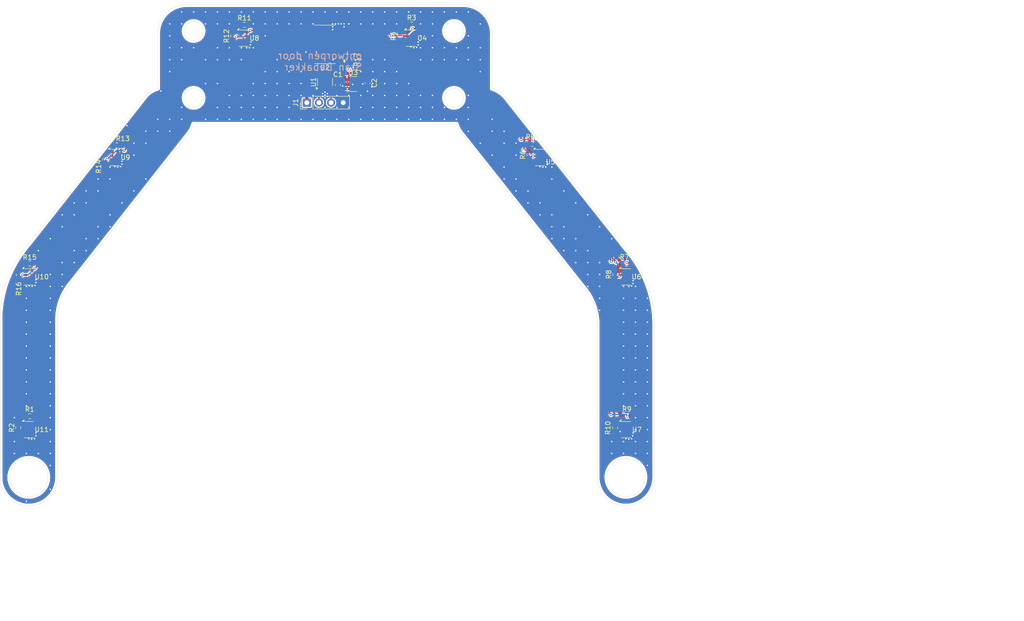
<source format=kicad_pcb>
(kicad_pcb (version 20241229) (generator "pcbnew") (generator_version "9.0")
  (layers (0 "F.Cu" signal) (2 "B.Cu" signal) (13 "F.Paste" user) (15 "B.Paste" user) (5 "F.SilkS" user "F.Silkscreen") (7 "B.SilkS" user "B.Silkscreen") (1 "F.Mask" user) (3 "B.Mask" user) (25 "Edge.Cuts" user))
  (net 0 "")
  (net 1 "Net-(U2-SC4)")
  (net 2 "Net-(U10-SDA)")
  (net 3 "Net-(U11-SDA)")
  (net 4 "Net-(U10-SCL)")
  (net 5 "GND")
  (net 6 "Net-(U2-~{RESET})")
  (net 7 "Net-(U2-SD5)")
  (net 8 "/SCL")
  (net 9 "Net-(U2-SC0)")
  (net 10 "/SDA")
  (net 11 "Net-(U2-SC1)")
  (net 12 "Net-(U2-SC2)")
  (net 13 "+3.3V")
  (net 14 "Net-(U2-SD4)")
  (net 15 "Net-(U2-SC3)")
  (net 16 "Net-(U2-SC5)")
  (net 17 "Net-(U11-SCL)")
  (net 18 "Net-(U2-SD1)")
  (net 19 "Net-(U2-SD0)")
  (net 20 "Net-(U2-SD2)")
  (net 21 "Net-(U2-SD3)")
  (net 23 "+1V8")
  (net 48 "Net-(J1-Pin_3)")
  (net 49 "Net-(J1-Pin_2)")
  (footprint "Resistor_SMD:R_0603_1608Metric" (layer "F.Cu") (at 53.9 107.6 -90)
    (property "Reference" "R16")
    (property "Value" "10K")
  )
  (footprint "Resistor_SMD:R_0603_1608Metric" (layer "F.Cu") (at 72.025 83.315 -90)
    (property "Reference" "R14")
    (property "Value" "10K")
  )
  (footprint "Package_LGA:AMS_OLGA-8_2x3.1mm_P0.8mm" (layer "F.Cu") (at 163 83)
    (property "Reference" "U5")
    (property "Value" "AS7343xDLG")
  )
  (footprint "Package_LGA:AMS_OLGA-8_2x3.1mm_P0.8mm" (layer "F.Cu") (at 136 58)
    (property "Reference" "U4")
    (property "Value" "AS7343xDLG")
  )
  (footprint "Package_LGA:AMS_OLGA-8_2x3.1mm_P0.8mm" (layer "F.Cu") (at 74 83)
    (property "Reference" "U9")
    (property "Value" "AS7343xDLG")
  )
  (footprint "Package_LGA:AMS_OLGA-8_2x3.1mm_P0.8mm" (layer "F.Cu") (at 181 108)
    (property "Reference" "U6")
    (property "Value" "AS7343xDLG")
  )
  (footprint "Package_LGA:AMS_OLGA-8_2x3.1mm_P0.8mm" (layer "F.Cu") (at 181 140)
    (property "Reference" "U7")
    (property "Value" "AS7343xDLG")
  )
  (footprint "Resistor_SMD:R_0603_1608Metric" (layer "F.Cu") (at 178.8 107.5 -90)
    (property "Reference" "R8")
    (property "Value" "10K")
  )
  (footprint "Capacitor_SMD:C_0603_1608Metric" (layer "F.Cu") (at 126.9 67.4 -90)
    (property "Reference" "C2")
    (property "Value" "1µF")
  )
  (footprint "Connector_PinHeader_2.54mm:PinHeader_1x04_P2.54mm_Vertical" (layer "F.Cu") (at 114.2 71.5 90)
    (property "Reference" "J1")
    (property "Value" "Conn_01x04_Pin")
  )
  (footprint "Package_LGA:AMS_OLGA-8_2x3.1mm_P0.8mm" (layer "F.Cu") (at 56 108)
    (property "Reference" "U10")
    (property "Value" "AS7343xDLG")
  )
  (footprint "Resistor_SMD:R_0603_1608Metric" (layer "F.Cu") (at 53.8 139.6 -90)
    (property "Reference" "R2")
    (property "Value" "10K")
  )
  (footprint "Package_TO_SOT_SMD:SOT-23-5" (layer "F.Cu") (at 123.9 67.6)
    (property "Reference" "U3")
    (property "Value" "TLV75718PDBV")
  )
  (footprint "Resistor_SMD:R_0603_1608Metric" (layer "F.Cu") (at 56.2 105.2)
    (property "Reference" "R15")
    (property "Value" "10K")
  )
  (footprint "Resistor_SMD:R_0603_1608Metric" (layer "F.Cu") (at 56.2 137.2)
    (property "Reference" "R1")
    (property "Value" "10K")
  )
  (footprint "Resistor_SMD:R_0603_1608Metric" (layer "F.Cu") (at 74.43 80.47)
    (property "Reference" "R13")
    (property "Value" "10K")
  )
  (footprint "Package_TO_SOT_SMD:SOT-23-6" (layer "F.Cu") (at 118 67.2 90)
    (property "Reference" "U1")
    (property "Value" "USBLC6-2SC6")
  )
  (footprint "Resistor_SMD:R_0603_1608Metric" (layer "F.Cu") (at 181.187 137.15)
    (property "Reference" "R9")
    (property "Value" "10K")
  )
  (footprint "Resistor_SMD:R_0603_1608Metric" (layer "F.Cu") (at 123.1 62.5 90)
    (property "Reference" "R17")
    (property "Value" "10K")
  )
  (footprint "Capacitor_SMD:C_0603_1608Metric" (layer "F.Cu") (at 120.7 67.8 -90)
    (property "Reference" "C1")
    (property "Value" "1µF")
  )
  (footprint "Resistor_SMD:R_0603_1608Metric" (layer "F.Cu") (at 133.738 57.575 -90)
    (property "Reference" "R4")
    (property "Value" "10K")
  )
  (footprint "Package_LGA:AMS_OLGA-8_2x3.1mm_P0.8mm" (layer "F.Cu") (at 101 58)
    (property "Reference" "U8")
    (property "Value" "AS7343xDLG")
  )
  (footprint "Package_LGA:AMS_OLGA-8_2x3.1mm_P0.8mm" (layer "F.Cu") (at 56 140)
    (property "Reference" "U11")
    (property "Value" "AS7343xDLG")
  )
  (footprint "Resistor_SMD:R_0603_1608Metric" (layer "F.Cu") (at 178.737 139.625 -90)
    (property "Reference" "R10")
    (property "Value" "10K")
  )
  (footprint "Resistor_SMD:R_0603_1608Metric" (layer "F.Cu") (at 181.1 105.2)
    (property "Reference" "R7")
    (property "Value" "10K")
  )
  (footprint "Resistor_SMD:R_0603_1608Metric" (layer "F.Cu") (at 101.15 55.2)
    (property "Reference" "R11")
    (property "Value" "10K")
  )
  (footprint "Resistor_SMD:R_0603_1608Metric" (layer "F.Cu") (at 161.4 80.15)
    (property "Reference" "R5")
    (property "Value" "10K")
  )
  (footprint "Resistor_SMD:R_0603_1608Metric" (layer "F.Cu") (at 160.8 82.425 -90)
    (property "Reference" "R6")
    (property "Value" "10K")
  )
  (footprint "Resistor_SMD:R_0603_1608Metric" (layer "F.Cu") (at 136.15 55.15)
    (property "Reference" "R3")
    (property "Value" "10K")
  )
  (footprint "Resistor_SMD:R_0603_1608Metric" (layer "F.Cu") (at 98.8 57.55 -90)
    (property "Reference" "R12")
    (property "Value" "10K")
  )
  (footprint "Package_SO:TSSOP-24_4.4x7.8mm_P0.65mm" (layer "F.Cu") (at 118 59.3 180)
    (property "Reference" "U2")
    (property "Value" "TCA9548APWR")
  )
  (gr_line (start 65.003413 109.058878) (end 89.623837 77.767201) (stroke (width 0.05)) (layer "Edge.Cuts"))
  (gr_line (start 171.996587 110.05888) (end 146.787743 78.261018) (stroke (width 0.05)) (layer "Edge.Cuts"))
  (gr_line (start 90.5 76) (end 145.51088 76) (stroke (width 0.05)) (layer "Edge.Cuts"))
  (gr_arc (start 153 68.52) (mid 154.514002 69.225889) (end 155.774262 70.322348) (stroke (width 0.05)) (layer "Edge.Cuts"))
  (gr_arc (start 147 51) (mid 151.242641 52.757359) (end 153 57) (stroke (width 0.05)) (layer "Edge.Cuts"))
  (gr_line (start 83 57) (end 83 68.5) (stroke (width 0.05)) (layer "Edge.Cuts"))
  (gr_circle (center 90.5 56.5) (end 88.5 56.5) (stroke (width 0.05)) (fill no) (layer "Edge.Cuts"))
  (gr_line (start 180.993176 102.117758) (end 155.774262 70.322348) (stroke (width 0.05)) (layer "Edge.Cuts"))
  (gr_line (start 118 51) (end 89 51) (stroke (width 0.05)) (layer "Edge.Cuts"))
  (gr_arc (start 171.996587 110.058878) (mid 174.22406 113.754947) (end 175 118) (stroke (width 0.05)) (layer "Edge.Cuts"))
  (gr_line (start 175 118) (end 175 150) (stroke (width 0.05)) (layer "Edge.Cuts"))
  (gr_arc (start 62 117) (mid 62.77594 112.754947) (end 65.003413 109.058878) (stroke (width 0.05)) (layer "Edge.Cuts"))
  (gr_circle (center 181 150) (end 185 150) (stroke (width 0.05)) (fill no) (layer "Edge.Cuts"))
  (gr_circle (center 145 56.5) (end 143 56.5) (stroke (width 0.05)) (fill no) (layer "Edge.Cuts"))
  (gr_line (start 118 51) (end 147 51) (stroke (width 0.05)) (layer "Edge.Cuts"))
  (gr_line (start 56.006826 101.117756) (end 80.704478 69.804918) (stroke (width 0.05)) (layer "Edge.Cuts"))
  (gr_line (start 187 150) (end 187 118) (stroke (width 0.05)) (layer "Edge.Cuts"))
  (gr_arc (start 50 117) (mid 51.55188 108.509893) (end 56.006826 101.117756) (stroke (width 0.05)) (layer "Edge.Cuts"))
  (gr_line (start 153 57) (end 153 68.52) (stroke (width 0.05)) (layer "Edge.Cuts"))
  (gr_arc (start 187 150) (mid 181 156) (end 175 150) (stroke (width 0.05)) (layer "Edge.Cuts"))
  (gr_arc (start 180.993176 102.117758) (mid 185.44812 109.509895) (end 187 118) (stroke (width 0.05)) (layer "Edge.Cuts"))
  (gr_circle (center 145 70.5) (end 143 70.5) (stroke (width 0.05)) (fill no) (layer "Edge.Cuts"))
  (gr_line (start 50 150) (end 50 117) (stroke (width 0.05)) (layer "Edge.Cuts"))
  (gr_arc (start 146.787743 78.261018) (mid 146.025531 77.200411) (end 145.51088 76) (stroke (width 0.05)) (layer "Edge.Cuts"))
  (gr_arc (start 90.5 76) (mid 90.134907 76.919789) (end 89.623837 77.767203) (stroke (width 0.05)) (layer "Edge.Cuts"))
  (gr_circle (center 90.5 70.5) (end 88.5 70.5) (stroke (width 0.05)) (fill no) (layer "Edge.Cuts"))
  (gr_arc (start 62 150) (mid 56 156) (end 50 150) (stroke (width 0.05)) (layer "Edge.Cuts"))
  (gr_arc (start 80.704477 69.804918) (mid 81.779693 69.024841) (end 83 68.5) (stroke (width 0.05)) (layer "Edge.Cuts"))
  (gr_line (start 62 117) (end 62 150) (stroke (width 0.05)) (layer "Edge.Cuts"))
  (gr_circle (center 56 150) (end 60 150) (stroke (width 0.05)) (fill no) (layer "Edge.Cuts"))
  (gr_arc (start 83 57) (mid 84.757359 52.757359) (end 89 51) (stroke (width 0.05)) (layer "Edge.Cuts"))
  (gr_text "ontworpen door\nStan Debakker" (at 125.89 64.93 0) (layer "B.SilkS") (effects (font (size 1.5 1.5) (thickness 0.1875)) (justify left bottom mirror)))
  (segment (start 102.387674 56.365221) (end 102.397453 56.375) (width 0.3) (layer "F.Cu") (net 1))
  (segment (start 98.8 58.375) (end 99.4375 57.7375) (width 0.3) (layer "F.Cu") (net 1))
  (segment (start 102.397453 56.375) (end 115.1375 56.375) (width 0.3) (layer "F.Cu") (net 1))
  (segment (start 99.575 57.6) (end 100.362 57.6) (width 0.3) (layer "F.Cu") (net 1))
  (segment (start 99.4375 57.7375) (end 99.575 57.6) (width 0.3) (layer "F.Cu") (net 1))
  (via (at 99.4375 57.7375) (size 0.6) (drill 0.3) (layers "F.Cu" "B.Cu") (net 1))
  (via (at 102.387674 56.365221) (size 0.6) (drill 0.3) (layers "F.Cu" "B.Cu") (net 1))
  (segment (start 99.4375 57.7375) (end 101.015395 57.7375) (width 0.3) (layer "B.Cu") (net 1))
  (segment (start 101.015395 57.7375) (end 102.387674 56.365221) (width 0.3) (layer "B.Cu") (net 1))
  (segment (start 83.8 72.649827) (end 83.8 78.425) (width 0.3) (layer "F.Cu") (net 2))
  (segment (start 56.638 105.587) (end 57.025 105.2) (width 0.3) (layer "F.Cu") (net 2))
  (segment (start 56.638 106.8) (end 56.638 105.587) (width 0.3) (layer "F.Cu") (net 2))
  (segment (start 83.8 78.425) (end 57.025 105.2) (width 0.3) (layer "F.Cu") (net 2))
  (segment (start 107.375 58.325) (end 107.226 58.474) (width 0.3) (layer "F.Cu") (net 2))
  (segment (start 100.241653 65.449827) (end 90.999999 65.449827) (width 0.3) (layer "F.Cu") (net 2))
  (segment (start 107.226 58.474) (end 107.217479 58.474) (width 0.3) (layer "F.Cu") (net 2))
  (segment (start 90.999999 65.449827) (end 83.8 72.649827) (width 0.3) (layer "F.Cu") (net 2))
  (segment (start 107.217479 58.474) (end 100.241653 65.449827) (width 0.3) (layer "F.Cu") (net 2))
  (segment (start 115.1375 58.325) (end 107.375 58.325) (width 0.3) (layer "F.Cu") (net 2))
  (segment (start 57.025 137.2) (end 58.45776 135.76724) (width 0.3) (layer "F.Cu") (net 3))
  (segment (start 56.638 137.587) (end 57.025 137.2) (width 0.3) (layer "F.Cu") (net 3))
  (segment (start 58.45776 135.76724) (end 58.45776 106.294067) (width 0.3) (layer "F.Cu") (net 3))
  (segment (start 58.45776 106.294067) (end 98.3 66.451827) (width 0.3) (layer "F.Cu") (net 3))
  (segment (start 56.638 138.8) (end 56.638 137.587) (width 0.3) (layer "F.Cu") (net 3))
  (segment (start 98.3 66.451827) (end 100.748173 66.451827) (width 0.3) (layer "F.Cu") (net 3))
  (segment (start 100.748173 66.451827) (end 107.575 59.625) (width 0.3) (layer "F.Cu") (net 3))
  (segment (start 107.575 59.625) (end 115.1375 59.625) (width 0.3) (layer "F.Cu") (net 3))
  (segment (start 107.425 58.975) (end 115.1375 58.975) (width 0.3) (layer "F.Cu") (net 4))
  (segment (start 84.324174 78.609346) (end 84.324174 72.834173) (width 0.3) (layer "F.Cu") (net 4))
  (segment (start 57.309794 106.17498) (end 57.95676 105.528014) (width 0.3) (layer "F.Cu") (net 4))
  (segment (start 57.95676 104.97676) (end 84.324174 78.609346) (width 0.3) (layer "F.Cu") (net 4))
  (segment (start 57.95676 105.528014) (end 57.95676 104.97676) (width 0.3) (layer "F.Cu") (net 4))
  (segment (start 100.449173 65.950827) (end 107.425 58.975) (width 0.3) (layer "F.Cu") (net 4))
  (segment (start 54.725 107.6) (end 55.362 107.6) (width 0.3) (layer "F.Cu") (net 4))
  (segment (start 91.20752 65.950827) (end 100.449173 65.950827) (width 0.3) (layer "F.Cu") (net 4))
  (segment (start 84.324174 72.834173) (end 91.20752 65.950827) (width 0.3) (layer "F.Cu") (net 4))
  (segment (start 57.288 106.17498) (end 57.309794 106.17498) (width 0.3) (layer "F.Cu") (net 4))
  (segment (start 53.9 108.425) (end 54.725 107.6) (width 0.3) (layer "F.Cu") (net 4))
  (via (at 57.288 106.17498) (size 0.6) (drill 0.3) (layers "F.Cu" "B.Cu") (net 4))
  (via (at 54.725 107.6) (size 0.6) (drill 0.3) (layers "F.Cu" "B.Cu") (net 4))
  (segment (start 55.86298 107.6) (end 57.288 106.17498) (width 0.3) (layer "B.Cu") (net 4))
  (segment (start 54.725 107.6) (end 55.86298 107.6) (width 0.3) (layer "B.Cu") (net 4))
  (segment (start 121.7 68) (end 121.125 68.575) (width 0.6) (layer "F.Cu") (net 5))
  (segment (start 121.125 68.575) (end 120.7 68.575) (width 0.6) (layer "F.Cu") (net 5))
  (segment (start 122.7625 67.6) (end 122.1 67.6) (width 0.6) (layer "F.Cu") (net 5))
  (segment (start 122.1 67.6) (end 121.7 68) (width 0.6) (layer "F.Cu") (net 5))
  (via (at 70.5 87.5) (size 0.6) (drill 0.3) (layers "F.Cu" "B.Cu") (net 5))
  (via (at 181.6 110) (size 0.6) (drill 0.3) (layers "F.Cu" "B.Cu") (net 5))
  (via (at 158 87.5) (size 0.6) (drill 0.3) (layers "F.Cu" "B.Cu") (net 5))
  (via (at 173 110) (size 0.6) (drill 0.3) (layers "F.Cu" "B.Cu") (net 5))
  (via (at 88 52.5) (size 0.6) (drill 0.3) (layers "F.Cu" "B.Cu") (net 5))
  (via (at 115.5 52.5) (size 0.6) (drill 0.3) (layers "F.Cu" "B.Cu") (net 5))
  (via (at 145.5 62.5) (size 0.6) (drill 0.3) (layers "F.Cu" "B.Cu") (net 5))
  (via (at 121.7 68) (size 0.6) (drill 0.3) (layers "F.Cu" "B.Cu") (net 5))
  (via (at 110.5 62.5) (size 0.6) (drill 0.3) (layers "F.Cu" "B.Cu") (net 5))
  (via (at 68 100) (size 0.6) (drill 0.3) (layers "F.Cu" "B.Cu") (net 5))
  (via (at 60.5 100) (size 0.6) (drill 0.3) (layers "F.Cu" "B.Cu") (net 5))
  (via (at 113 70) (size 0.6) (drill 0.3) (layers "F.Cu" "B.Cu") (net 5))
  (via (at 122 62.6) (size 0.6) (drill 0.3) (layers "F.Cu" "B.Cu") (net 5))
  (via (at 138 57.5) (size 0.6) (drill 0.3) (layers "F.Cu" "B.Cu") (net 5))
  (via (at 163 84.9) (size 0.6) (drill 0.3) (layers "F.Cu" "B.Cu") (net 5))
  (via (at 123 55) (size 0.6) (drill 0.3) (layers "F.Cu" "B.Cu") (net 5))
  (via (at 55.5 115) (size 0.6) (drill 0.3) (layers "F.Cu" "B.Cu") (net 5))
  (via (at 130.5 67.5) (size 0.6) (drill 0.3) (layers "F.Cu" "B.Cu") (net 5))
  (via (at 102.5 58.8) (size 0.6) (drill 0.3) (layers "F.Cu" "B.Cu") (net 5))
  (via (at 175.5 107.5) (size 0.6) (drill 0.3) (layers "F.Cu" "B.Cu") (net 5))
  (via (at 130.5 75) (size 0.6) (drill 0.3) (layers "F.Cu" "B.Cu") (net 5))
  (via (at 145.5 75) (size 0.6) (drill 0.3) (layers "F.Cu" "B.Cu") (net 5))
  (via (at 55.5 145) (size 0.6) (drill 0.3) (layers "F.Cu" "B.Cu") (net 5))
  (via (at 180.5 120) (size 0.6) (drill 0.3) (layers "F.Cu" "B.Cu") (net 5))
  (via (at 128 75) (size 0.6) (drill 0.3) (layers "F.Cu" "B.Cu") (net 5))
  (via (at 183 135) (size 0.6) (drill 0.3) (layers "F.Cu" "B.Cu") (net 5))
  (via (at 60.5 135) (size 0.6) (drill 0.3) (layers "F.Cu" "B.Cu") (net 5))
  (via (at 105.5 57.5) (size 0.6) (drill 0.3) (layers "F.Cu" "B.Cu") (net 5))
  (via (at 118 69.9) (size 0.6) (drill 0.3) (layers "F.Cu" "B.Cu") (net 5))
  (via (at 57.3 109.8) (size 0.6) (drill 0.3) (layers "F.Cu" "B.Cu") (net 5))
  (via (at 105.5 67.5) (size 0.6) (drill 0.3) (layers "F.Cu" "B.Cu") (net 5))
  (via (at 98 62.5) (size 0.6) (drill 0.3) (layers "F.Cu" "B.Cu") (net 5))
  (via (at 182.2 109.9) (size 0.6) (drill 0.3) (layers "F.Cu" "B.Cu") (net 5))
  (via (at 137.5 58.8) (size 0.6) (drill 0.3) (layers "F.Cu" "B.Cu") (net 5))
  (via (at 88 60) (size 0.6) (drill 0.3) (layers "F.Cu" "B.Cu") (net 5))
  (via (at 113 62.5) (size 0.6) (drill 0.3) (layers "F.Cu" "B.Cu") (net 5))
  (via (at 133 65) (size 0.6) (drill 0.3) (layers "F.Cu" "B.Cu") (net 5))
  (via (at 65.5 95) (size 0.6) (drill 0.3) (layers "F.Cu" "B.Cu") (net 5))
  (via (at 140.5 52.5) (size 0.6) (drill 0.3) (layers "F.Cu" "B.Cu") (net 5))
  (via (at 185.5 145) (size 0.6) (drill 0.3) (layers "F.Cu" "B.Cu") (net 5))
  (via (at 88 72.5) (size 0.6) (drill 0.3) (layers "F.Cu" "B.Cu") (net 5))
  (via (at 60.5 110) (size 0.6) (drill 0.3) (layers "F.Cu" "B.Cu") (net 5))
  (via (at 83.62 69.06) (size 0.5) (drill 0.3) (layers "F.Cu" "B.Cu") (net 5))
  (via (at 138 70) (size 0.6) (drill 0.3) (layers "F.Cu" "B.Cu") (net 5))
  (via (at 55.5 132.5) (size 0.6) (drill 0.3) (layers "F.Cu" "B.Cu") (net 5))
  (via (at 75.5 82.5) (size 0.6) (drill 0.3) (layers "F.Cu" "B.Cu") (net 5))
  (via (at 135.5 67.5) (size 0.6) (drill 0.3) (layers "F.Cu" "B.Cu") (net 5))
  (via (at 93 75) (size 0.6) (drill 0.3) (layers "F.Cu" "B.Cu") (net 5))
  (via (at 85.5 60) (size 0.6) (drill 0.3) (layers "F.Cu" "B.Cu") (net 5))
  (via (at 75.5 83.8) (size 0.6) (drill 0.3) (layers "F.Cu" "B.Cu") (net 5))
  (via (at 56 141.9) (size 0.6) (drill 0.3) (layers "F.Cu" "B.Cu") (net 5))
  (via (at 103 67.5) (size 0.6) (drill 0.3) (layers "F.Cu" "B.Cu") (net 5))
  (via (at 115.5 70) (size 0.6) (drill 0.3) (layers "F.Cu" "B.Cu") (net 5))
  (via (at 120.8 55) (size 0.6) (drill 0.3) (layers "F.Cu" "B.Cu") (net 5))
  (via (at 118 75) (size 0.6) (drill 0.3) (layers "F.Cu" "B.Cu") (net 5))
  (via (at 105.5 75) (size 0.6) (drill 0.3) (layers "F.Cu" "B.Cu") (net 5))
  (via (at 140.5 62.5) (size 0.6) (drill 0.3) (layers "F.Cu" "B.Cu") (net 5))
  (via (at 60.5 140) (size 0.6) (drill 0.3) (layers "F.Cu" "B.Cu") (net 5))
  (via (at 170.5 100) (size 0.6) (drill 0.3) (layers "F.Cu" "B.Cu") (net 5))
  (via (at 185.5 132.5) (size 0.6) (drill 0.3) (layers "F.Cu" "B.Cu") (net 5))
  (via (at 118.5 70.2) (size 0.6) (drill 0.3) (layers "F.Cu" "B.Cu") (net 5))
  (via (at 105.5 65) (size 0.6) (drill 0.3) (layers "F.Cu" "B.Cu") (net 5))
  (via (at 180.5 135) (size 0.6) (drill 0.3) (layers "F.Cu" "B.Cu") (net 5))
  (via (at 133 67.5) (size 0.6) (drill 0.3) (layers "F.Cu" "B.Cu") (net 5))
  (via (at 125.5 75) (size 0.6) (drill 0.3) (layers "F.Cu" "B.Cu") (net 5))
  (via (at 98 72.5) (size 0.6) (drill 0.3) (layers "F.Cu" "B.Cu") (net 5))
  (via (at 105.5 70) (size 0.6) (drill 0.3) (layers "F.Cu" "B.Cu") (net 5))
  (via (at 130.5 52.5) (size 0.6) (drill 0.3) (layers "F.Cu" "B.Cu") (net 5))
  (via (at 164.5 84.5) (size 0.6) (drill 0.3) (layers "F.Cu" "B.Cu") (net 5))
  (via (at 180.5 130) (size 0.6) (drill 0.3) (layers "F.Cu" "B.Cu") (net 5))
  (via (at 63 95) (size 0.6) (drill 0.3) (layers "F.Cu" "B.Cu") (net 5))
  (via (at 185.5 112.5) (size 0.6) (drill 0.3) (layers "F.Cu" "B.Cu") (net 5))
  (via (at 60.5 117.5) (size 0.6) (drill 0.3) (layers "F.Cu" "B.Cu") (net 5))
  (via (at 185.5 122.5) (size 0.6) (drill 0.3) (layers "F.Cu" "B.Cu") (net 5))
  (via (at 93 55) (size 0.6) (drill 0.3) (layers "F.Cu" "B.Cu") (net 5))
  (via (at 138 72.5) (size 0.6) (drill 0.3) (layers "F.Cu" "B.Cu") (net 5))
  (via (at 70.5 90) (size 0.6) (drill 0.3) (layers "F.Cu" "B.Cu") (net 5))
  (via (at 123 75) (size 0.6) (drill 0.3) (layers "F.Cu" "B.Cu") (net 5))
  (via (at 185.5 147.5) (size 0.6) (drill 0.3) (layers "F.Cu" "B.Cu") (net 5))
  (via (at 168 90) (size 0.6) (drill 0.3) (layers "F.Cu" "B.Cu") (net 5))
  (via (at 182.5 109.4) (size 0.6) (drill 0.3) (layers "F.Cu" "B.Cu") (net 5))
  (via (at 125.5 52.5) (size 0.6) (drill 0.3) (layers "F.Cu" "B.Cu") (net 5))
  (via (at 65.5 105) (size 0.6) (drill 0.3) (layers "F.Cu" "B.Cu") (net 5))
  (via (at 163 92.5) (size 0.6) (drill 0.3) (layers "F.Cu" "B.Cu") (net 5))
  (via (at 125.9 67.6) (size 0.6) (drill 0.3) (layers "F.Cu" "B.Cu") (net 5))
  (via (at 138 55) (size 0.6) (drill 0.3) (layers "F.Cu" "B.Cu") (net 5))
  (via (at 108 55) (size 0.6) (drill 0.3) (layers "F.Cu" "B.Cu") (net 5))
  (via (at 110.5 70) (size 0.6) (drill 0.3) (layers "F.Cu" "B.Cu") (net 5))
  (via (at 83 75) (size 0.6) (drill 0.3) (layers "F.Cu" "B.Cu") (net 5))
  (via (at 120.5 72.5) (size 0.6) (drill 0.3) (layers "F.Cu" "B.Cu") (net 5))
  (via (at 183 110) (size 0.6) (drill 0.3) (layers "F.Cu" "B.Cu") (net 5))
  (via (at 118 70.5) (size 0.6) (drill 0.3) (layers "F.Cu" "B.Cu") (net 5))
  (via (at 136.6 60) (size 0.6) (drill 0.3) (layers "F.Cu" "B.Cu") (net 5))
  (via (at 100.5 62.5) (size 0.6) (drill 0.3) (layers "F.Cu" "B.Cu") (net 5))
  (via (at 168 102.5) (size 0.6) (drill 0.3) (layers "F.Cu" "B.Cu") (net 5))
  (via (at 168 97.5) (size 0.6) (drill 0.3) (layers "F.Cu" "B.Cu") (net 5))
  (via (at 105.5 52.5) (size 0.6) (drill 0.3) (layers "F.Cu" "B.Cu") (net 5))
  (via (at 57.5 109.2) (size 0.6) (drill 0.3) (layers "F.Cu" "B.Cu") (net 5))
  (via (at 133 52.5) (size 0.6) (drill 0.3) (layers "F.Cu" "B.Cu") (net 5))
  (via (at 175.5 97.5) (size 0.6) (drill 0.3) (layers "F.Cu" "B.Cu") (net 5))
  (via (at 100.5 72.5) (size 0.6) (drill 0.3) (layers "F.Cu" "B.Cu") (net 5))
  (via (at 170.5 102.5) (size 0.6) (drill 0.3) (layers "F.Cu" "B.Cu") (net 5))
  (via (at 158 82.5) (size 0.6) (drill 0.3) (layers "F.Cu" "B.Cu") (net 5))
  (via (at 95.5 67.5) (size 0.6) (drill 0.3) (layers "F.Cu" "B.Cu") (net 5))
  (via (at 98 70) (size 0.6) (drill 0.3) (layers "F.Cu" "B.Cu") (net 5))
  (via (at 170.5 92.5) (size 0.6) (drill 0.3) (layers "F.Cu" "B.Cu") (net 5))
  (via (at 128 65) (size 0.6) (drill 0.3) (layers "F.Cu" "B.Cu") (net 5))
  (via (at 140.5 72.5) (size 0.6) (drill 0.3) (layers "F.Cu" "B.Cu") (net 5))
  (via (at 128 62.5) (size 0.6) (drill 0.3) (layers "F.Cu" "B.Cu") (net 5))
  (via (at 63 97.5) (size 0.6) (drill 0.3) (layers "F.Cu" "B.Cu") (net 5))
  (via (at 183 107.5) (size 0.6) (drill 0.3) (layers "F.Cu" "B.Cu") (net 5))
  (via (at 125.5 62.5) (size 0.6) (drill 0.3) (layers "F.Cu" "B.Cu") (net 5))
  (via (at 68 90) (size 0.6) (drill 0.3) (layers "F.Cu" "B.Cu") (net 5))
  (via (at 108 65) (size 0.6) (drill 0.3) (layers "F.Cu" "B.Cu") (net 5))
  (via (at 95.5 72.5) (size 0.6) (drill 0.3) (layers "F.Cu" "B.Cu") (net 5))
  (via (at 143 72.5) (size 0.6) (drill 0.3) (layers "F.Cu" "B.Cu") (net 5))
  (via (at 80.5 77.5) (size 0.6) (drill 0.3) (layers "F.Cu" "B.Cu") (net 5))
  (via (at 145.5 60) (size 0.6) (drill 0.3) (layers "F.Cu" "B.Cu") (net 5))
  (via (at 110.5 55) (size 0.6) (drill 0.3) (layers "F.Cu" "B.Cu") (net 5))
  (via (at 182.5 108.8) (size 0.6) (drill 0.3) (layers "F.Cu" "B.Cu") (net 5))
  (via (at 108 70) (size 0.6) (drill 0.3) (layers "F.Cu" "B.Cu") (net 5))
  (via (at 103 52.5) (size 0.6) (drill 0.3) (layers "F.Cu" "B.Cu") (net 5))
  (via (at 78 82.5) (size 0.6) (drill 0.3) (layers "F.Cu" "B.Cu") (net 5))
  (via (at 123 70) (size 0.6) (drill 0.3) (layers "F.Cu" "B.Cu") (net 5))
  (via (at 80.5 80) (size 0.6) (drill 0.3) (layers "F.Cu" "B.Cu") (net 5))
  (via (at 137.2 59.9) (size 0.6) (drill 0.3) (layers "F.Cu" "B.Cu") (net 5))
  (via (at 63 105) (size 0.6) (drill 0.3) (layers "F.Cu" "B.Cu") (net 5))
  (via (at 173 102.5) (size 0.6) (drill 0.3) (layers "F.Cu" "B.Cu") (net 5))
  (via (at 126.9 69.1) (size 0.6) (drill 0.3) (layers "F.Cu" "B.Cu") (net 5))
  (via (at 163 95) (size 0.6) (drill 0.3) (layers "F.Cu" "B.Cu") (net 5))
  (via (at 55.5 155) (size 0.6) (drill 0.3) (layers "F.Cu" "B.Cu") (net 5))
  (via (at 83 77.5) (size 0.6) (drill 0.3) (layers "F.Cu" "B.Cu") (net 5))
  (via (at 80.5 87.5) (size 0.6) (drill 0.3) (layers "F.Cu" "B.Cu") (net 5))
  (via (at 120.2 55) (size 0.6) (drill 0.3) (layers "F.Cu" "B.Cu") (net 5))
  (via (at 103 75) (size 0.6) (drill 0.3) (layers "F.Cu" "B.Cu") (net 5))
  (via (at 110.5 67.5) (size 0.6) (drill 0.3) (layers "F.Cu" "B.Cu") (net 5))
  (via (at 55.5 127.5) (size 0.6) (drill 0.3) (layers "F.Cu" "B.Cu") (net 5))
  (via (at 185.5 142.5) (size 0.6) (drill 0.3) (layers "F.Cu" "B.Cu") (net 5))
  (via (at 98 60) (size 0.6) (drill 0.3) (layers "F.Cu" "B.Cu") (net 5))
  (via (at 183 140) (size 0.6) (drill 0.3) (layers "F.Cu" "B.Cu") (net 5))
  (via (at 128 67.5) (size 0.6) (drill 0.3) (layers "F.Cu" "B.Cu") (net 5))
  (via (at 114 60.9) (size 0.6) (drill 0.3) (layers "F.Cu" "B.Cu") (net 5))
  (via (at 143 75) (size 0.6) (drill 0.3) (layers "F.Cu" "B.Cu") (net 5))
  (via (at 95.5 62.5) (size 0.6) (drill 0.3) (layers "F.Cu" "B.Cu") (net 5))
  (via (at 55.5 125) (size 0.6) (drill 0.3) (layers "F.Cu" "B.Cu") (net 5))
  (via (at 133 70) (size 0.6) (drill 0.3) (layers "F.Cu" "B.Cu") (net 5))
  (via (at 178 142.5) (size 0.6) (drill 0.3) (layers "F.Cu" "B.Cu") (net 5))
  (via (at 85.5 65) (size 0.6) (drill 0.3) (layers "F.Cu" "B.Cu") (net 5))
  (via (at 185.5 130) (size 0.6) (drill 0.3) (layers "F.Cu" "B.Cu") (net 5))
  (via (at 160.5 92.5) (size 0.6) (drill 0.3) (layers "F.Cu" "B.Cu") (net 5))
  (via (at 185.5 120) (size 0.6) (drill 0.3) (layers "F.Cu" "B.Cu") (net 5))
  (via (at 137.5 59.4) (size 0.6) (drill 0.3) (layers "F.Cu" "B.Cu") (net 5))
  (via (at 60.5 152.5) (size 0.6) (drill 0.3) (layers "F.Cu" "B.Cu") (net 5))
  (via (at 130.5 70) (size 0.6) (drill 0.3) (layers "F.Cu" "B.Cu") (net 5))
  (via (at 150.5 62.5) (size 0.6) (drill 0.3) (layers "F.Cu" "B.Cu") (net 5))
  (via (at 121.4 55) (size 0.6) (drill 0.3) (layers "F.Cu" "B.Cu") (net 5))
  (via (at 103 60) (size 0.6) (drill 0.3) (layers "F.Cu" "B.Cu") (net 5))
  (via (at 185.5 140) (size 0.6) (drill 0.3) (layers "F.Cu" "B.Cu") (net 5))
  (via (at 185.5 127.5) (size 0.6) (drill 0.3) (layers "F.Cu" "B.Cu") (net 5))
  (via (at 153 82.5) (size 0.6) (drill 0.3) (layers "F.Cu" "B.Cu") (net 5))
  (via (at 180.5 115) (size 0.6) (drill 0.3) (layers "F.Cu" "B.Cu") (net 5))
  (via (at 55.5 117.5) (size 0.6) (drill 0.3) (layers "F.Cu" "B.Cu") (net 5))
  (via (at 135.5 75) (size 0.6) (drill 0.3) (layers "F.Cu" "B.Cu") (net 5))
  (via (at 165.5 85) (size 0.6) (drill 0.3) (layers "F.Cu" "B.Cu") (net 5))
  (via (at 175.5 115) (size 0.6) (drill 0.3) (layers "F.Cu" "B.Cu") (net 5))
  (via (at 120.5 70) (size 0.6) (drill 0.3) (layers "F.Cu" "B.Cu") (net 5))
  (via (at 56.1 109.9) (size 0.6) (drill 0.3) (layers "F.Cu" "B.Cu") (net 5))
  (via (at 173 95) (size 0.6) (drill 0.3) (layers "F.Cu" "B.Cu") (net 5))
  (via (at 143 62.5) (size 0.6) (drill 0.3) (layers "F.Cu" "B.Cu") (net 5))
  (via (at 60.5 147.5) (size 0.6) (drill 0.3) (layers "F.Cu" "B.Cu") (net 5))
  (via (at 165.5 97.5) (size 0.6) (drill 0.3) (layers "F.Cu" "B.Cu") (net 5))
  (via (at 182.4 141.3) (size 0.6) (drill 0.3) (layers "F.Cu" "B.Cu") (net 5))
  (via (at 153 75) (size 0.6) (drill 0.3) (layers "F.Cu" "B.Cu") (net 5))
  (via (at 180.5 110) (size 0.6) (drill 0.3) (layers "F.Cu" "B.Cu") (net 5))
  (via (at 57.5 141.3) (size 0.6) (drill 0.3) (layers "F.Cu" "B.Cu") (net 5))
  (via (at 164.5 83.9) (size 0.6) (drill 0.3) (layers "F.Cu" "B.Cu") (net 5))
  (via (at 135.5 70) (size 0.6) (drill 0.3) (layers "F.Cu" "B.Cu") (net 5))
  (via (at 95.5 60) (size 0.6) (drill 0.3) (layers "F.Cu" "B.Cu") (net 5))
  (via (at 118 52.5) (size 0.6) (drill 0.3) (layers "F.Cu" "B.Cu") (net 5))
  (via (at 178 145) (size 0.6) (drill 0.3) (layers "F.Cu" "B.Cu") (net 5))
  (via (at 140.5 55) (size 0.6) (drill 0.3) (layers "F.Cu" "B.Cu") (net 5))
  (via (at 180.5 145) (size 0.6) (drill 0.3) (layers "F.Cu" "B.Cu") (net 5))
  (via (at 125.5 55) (size 0.6) (drill 0.3) (layers "F.Cu" "B.Cu") (net 5))
  (via (at 160.5 90) (size 0.6) (drill 0.3) (layers "F.Cu" "B.Cu") (net 5))
  (via (at 178 100) (size 0.6) (drill 0.3) (layers "F.Cu" "B.Cu") (net 5))
  (via (at 125.5 72.5) (size 0.6) (drill 0.3) (layers "F.Cu" "B.Cu") (net 5))
  (via (at 125.5 65) (size 0.6) (drill 0.3) (layers "F.Cu" "B.Cu") (net 5))
  (via (at 138 60) (size 0.6) (drill 0.3) (layers "F.Cu" "B.Cu") (net 5))
  (via (at 78 80) (size 0.6) (drill 0.3) (layers "F.Cu" "B.Cu") (net 5))
  (via (at 74.6 85) (size 0.6) (drill 0.3) (layers "F.Cu" "B.Cu") (net 5))
  (via (at 181.6 142) (size 0.6) (drill 0.3) (layers "F.Cu" "B.Cu") (net 5))
  (via (at 65.5 92.5) (size 0.6) (drill 0.3) (layers "F.Cu" "B.Cu") (net 5))
  (via (at 70.5 97.5) (size 0.6) (drill 0.3) (layers "F.Cu" "B.Cu") (net 5))
  (via (at 103 70) (size 0.6) (drill 0.3) (layers "F.Cu" "B.Cu") (net 5))
  (via (at 133 75) (size 0.6) (drill 0.3) (layers "F.Cu" "B.Cu") (net 5))
  (via (at 60.5 127.5) (size 0.6) (drill 0.3) (layers "F.Cu" "B.Cu") (net 5))
  (via (at 113 67.5) (size 0.6) (drill 0.3) (layers "F.Cu" "B.Cu") (net 5))
  (via (at 155.5 80) (size 0.6) (drill 0.3) (layers "F.Cu" "B.Cu") (net 5))
  (via (at 74 84.9) (size 0.6) (drill 0.3) (layers "F.Cu" "B.Cu") (net 5))
  (via (at 148 70) (size 0.6) (drill 0.3) (layers "F.Cu" "B.Cu") (net 5))
  (via (at 53 145) (size 0.6) (drill 0.3) (layers "F.Cu" "B.Cu") (net 5))
  (via (at 60.5 137.5) (size 0.6) (drill 0.3) (layers "F.Cu" "B.Cu") (net 5))
  (via (at 158 90) (size 0.6) (drill 0.3) (layers "F.Cu" "B.Cu") (net 5))
  (via (at 148 72.5) (size 0.6) (drill 0.3) (layers "F.Cu" "B.Cu") (net 5))
  (via (at 150.5 80) (size 0.6) (drill 0.3) (layers "F.Cu" "B.Cu") (net 5))
  (via (at 70.5 100) (size 0.6) (drill 0.3) (layers "F.Cu" "B.Cu") (net 5))
  (via (at 68 102.5) (size 0.6) (drill 0.3) (layers "F.Cu" "B.Cu") (net 5))
  (via (at 60.5 115) (size 0.6) (drill 0.3) (layers "F.Cu" "B.Cu") (net 5))
  (via (at 128 70) (size 0.6) (drill 0.3) (layers "F.Cu" "B.Cu") (net 5))
  (via (at 185.5 117.5) (size 0.6) (drill 0.3) (layers "F.Cu" "B.Cu") (net 5))
  (via (at 180.5 142.5) (size 0.6) (drill 0.3) (layers "F.Cu" "B.Cu") (net 5))
  (via (at 122 55) (size 0.6) (drill 0.3) (layers "F.Cu" "B.Cu") (net 5))
  (via (at 76.54 76.3) (size 0.5) (drill 0.3) (layers "F.Cu" "B.Cu") (net 5))
  (via (at 95.5 75) (size 0.6) (drill 0.3) (layers "F.Cu" "B.Cu") (net 5))
  (via (at 158 80) (size 0.6) (drill 0.3) (layers "F.Cu" "B.Cu") (net 5))
  (via (at 123.9 64.1) (size 0.6) (drill 0.3) (layers "F.Cu" "B.Cu") (net 5))
  (via (at 165.5 95) (size 0.6) (drill 0.3) (layers "F.Cu" "B.Cu") (net 5))
  (via (at 95.5 52.5) (size 0.6) (drill 0.3) (layers "F.Cu" "B.Cu") (net 5))
  (via (at 148 52.5) (size 0.6) (drill 0.3) (layers "F.Cu" "B.Cu") (net 5))
  (via (at 110.5 72.5) (size 0.6) (drill 0.3) (layers "F.Cu" "B.Cu") (net 5))
  (via (at 108 62.5) (size 0.6) (drill 0.3) (layers "F.Cu" "B.Cu") (net 5))
  (via (at 180.5 127.5) (size 0.6) (drill 0.3) (layers "F.Cu" "B.Cu") (net 5))
  (via (at 130.5 55) (size 0.6) (drill 0.3) (layers "F.Cu" "B.Cu") (net 5))
  (via (at 140.5 60) (size 0.6) (drill 0.3) (layers "F.Cu" "B.Cu") (net 5))
  (via (at 119.6 55.6) (size 0.6) (drill 0.3) (layers "F.Cu" "B.Cu") (net 5))
  (via (at 110.5 52.5) (size 0.6) (drill 0.3) (layers "F.Cu" "B.Cu") (net 5))
  (via (at 60.5 112.5) (size 0.6) (drill 0.3) (layers "F.Cu" "B.Cu") (net 5))
  (via (at 155.5 87.5) (size 0.6) (drill 0.3) (layers "F.Cu" "B.Cu") (net 5))
  (via (at 183 112.5) (size 0.6) (drill 0.3) (layers "F.Cu" "B.Cu") (net 5))
  (via (at 138 62.5) (size 0.6) (drill 0.3) (layers "F.Cu" "B.Cu") (net 5))
  (via (at 183 127.5) (size 0.6) (drill 0.3) (layers "F.Cu" "B.Cu") (net 5))
  (via (at 90.5 60) (size 0.6) (drill 0.3) (layers "F.Cu" "B.Cu") (net 5))
  (via (at 179.8 140.4) (size 0.6) (drill 0.3) (layers "F.Cu" "B.Cu") (net 5))
  (via (at 148 62.5) (size 0.6) (drill 0.3) (layers "F.Cu" "B.Cu") (net 5))
  (via (at 102.2 60) (size 0.6) (drill 0.3) (layers "F.Cu" "B.Cu") (net 5))
  (via (at 60.5 120) (size 0.6) (drill 0.3) (layers "F.Cu" "B.Cu") (net 5))
  (via (at 155.5 77.5) (size 0.6) (drill 0.3) (layers "F.Cu" "B.Cu") (net 5))
  (via (at 101.6 60) (size 0.6) (drill 0.3) (layers "F.Cu" "B.Cu") (net 5))
  (via (at 183 142.5) (size 0.6) (drill 0.3) (layers "F.Cu" "B.Cu") (net 5))
  (via (at 180.5 122.5) (size 0.6) (drill 0.3) (layers "F.Cu" "B.Cu") (net 5))
  (via (at 113 75) (size 0.6) (drill 0.3) (layers "F.Cu" "B.Cu") (net 5))
  (via (at 78 90) (size 0.6) (drill 0.3) (layers "F.Cu" "B.Cu") (net 5))
  (via (at 68 92.5) (size 0.6) (drill 0.3) (layers "F.Cu" "B.Cu") (net 5))
  (via (at 168 100) (size 0.6) (drill 0.3) (layers "F.Cu" "B.Cu") (net 5))
  (via (at 181 141.9) (size 0.6) (drill 0.3) (layers "F.Cu" "B.Cu") (net 5))
  (via (at 165.5 87.5) (size 0.6) (drill 0.3) (layers "F.Cu" "B.Cu") (net 5))
  (via (at 88 75) (size 0.6) (drill 0.3) (layers "F.Cu" "B.Cu") (net 5))
  (via (at 123 52.5) (size 0.6) (drill 0.3) (layers "F.Cu" "B.Cu") (net 5))
  (via (at 117.5 69.6) (size 0.6) (drill 0.3) (layers "F.Cu" "B.Cu") (net 5))
  (via (at 118 69.3) (size 0.6) (drill 0.3) (layers "F.Cu" "B.Cu") (net 5))
  (via (at 123 72.5) (size 0.6) (drill 0.3) (layers "F.Cu" "B.Cu") (net 5))
  (via (at 140.5 75) (size 0.6) (drill 0.3) (layers "F.Cu" "B.Cu") (net 5))
  (via (at 98 55) (size 0.6) (drill 0.3) (layers "F.Cu" "B.Cu") (net 5))
  (via (at 135.5 52.5) (size 0.6) (drill 0.3) (layers "F.Cu" "B.Cu") (net 5))
  (via (at 173 105) (size 0.6) (drill 0.3) (layers "F.Cu" "B.Cu") (net 5))
  (via (at 116.2 60.9) (size 0.6) (drill 0.3) (layers "F.Cu" "B.Cu") (net 5))
  (via (at 148 77.5) (size 0.6) (drill 0.3) (layers "F.Cu" "B.Cu") (net 5))
  (via (at 180.5 112.5) (size 0.6) (drill 0.3) (layers "F.Cu" "B.Cu") (net 5))
  (via (at 60.5 130) (size 0.6) (drill 0.3) (layers "F.Cu" "B.Cu") (net 5))
  (via (at 128 52.5) (size 0.6) (drill 0.3) (layers "F.Cu" "B.Cu") (net 5))
  (via (at 175.5 112.5) (size 0.6) (drill 0.3) (layers "F.Cu" "B.Cu") (net 5))
  (via (at 65.5 102.5) (size 0.6) (drill 0.3) (layers "F.Cu" "B.Cu") (net 5))
  (via (at 57.2 141.9) (size 0.6) (drill 0.3) (layers "F.Cu" "B.Cu") (net 5))
  (via (at 119.6 56.2) (size 0.6) (drill 0.3) (layers "F.Cu" "B.Cu") (net 5))
  (via (at 115.5 55) (size 0.6) (drill 0.3) (layers "F.Cu" "B.Cu") (net 5))
  (via (at 113 55) (size 0.6) (drill 0.3) (layers "F.Cu" "B.Cu") (net 5))
  (via (at 108 67.5) (size 0.6) (drill 0.3) (layers "F.Cu" "B.Cu") (net 5))
  (via (at 103 55) (size 0.6) (drill 0.3) (layers "F.Cu" "B.Cu") (net 5))
  (via (at 185.5 115) (size 0.6) (drill 0.3) (layers "F.Cu" "B.Cu") (net 5))
  (via (at 143 52.5) (size 0.6) (drill 0.3) (layers "F.Cu" "B.Cu") (net 5))
  (via (at 118.5 69.6) (size 0.6) (drill 0.3) (layers "F.Cu" "B.Cu") (net 5))
  (via (at 55.5 130) (size 0.6) (drill 0.3) (layers "F.Cu" "B.Cu") (net 5))
  (via (at 140.5 70) (size 0.6) (drill 0.3) (layers "F.Cu" "B.Cu") (net 5))
  (via (at 110.5 75) (size 0.6) (drill 0.3) (layers "F.Cu" "B.Cu") (net 5))
  (via (at 138 75) (size 0.6) (drill 0.3) (layers "F.Cu" "B.Cu") (net 5))
  (via (at 85.5 75) (size 0.6) (drill 0.3) (layers "F.Cu" "B.Cu") (net 5))
  (via (at 175.5 110) (size 0.6) (drill 0.3) (layers "F.Cu" "B.Cu") (net 5))
  (via (at 88 55) (size 0.6) (drill 0.3) (layers "F.Cu" "B.Cu") (net 5))
  (via (at 113 52.5) (size 0.6) (drill 0.3) (layers "F.Cu" "B.Cu") (net 5))
  (via (at 138 52.5) (size 0.6) (drill 0.3) (layers "F.Cu" "B.Cu") (net 5))
  (via (at 56.6 142) (size 0.6) (drill 0.3) (layers "F.Cu" "B.Cu") (net 5))
  (via (at 85.5 55) (size 0.6) (drill 0.3) (layers "F.Cu" "B.Cu") (net 5))
  (via (at 60.5 107.5) (size 0.6) (drill 0.3) (layers "F.Cu" "B.Cu") (net 5))
  (via (at 73 87.5) (size 0.6) (drill 0.3) (layers "F.Cu" "B.Cu") (net 5))
  (via (at 183 145) (size 0.6) (drill 0.3) (layers "F.Cu" "B.Cu") (net 5))
  (via (at 98 52.5) (size 0.6) (drill 0.3) (layers "F.Cu" "B.Cu") (net 5))
  (via (at 182.2 141.9) (size 0.6) (drill 0.3) (layers "F.Cu" "B.Cu") (net 5))
  (via (at 53 137.5) (size 0.6) (drill 0.3) (layers "F.Cu" "B.Cu") (net 5))
  (via (at 55.5 135) (size 0.6) (drill 0.3) (layers "F.Cu" "B.Cu") (net 5))
  (via (at 128 55) (size 0.6) (drill 0.3) (layers "F.Cu" "B.Cu") (net 5))
  (via (at 98 75) (size 0.6) (drill 0.3) (layers "F.Cu" "B.Cu") (net 5))
  (via (at 58 145) (size 0.6) (drill 0.3) (layers "F.Cu" "B.Cu") (net 5))
  (via (at 183 125) (size 0.6) (drill 0.3) (layers "F.Cu" "B.Cu") (net 5))
  (via (at 118 72.5) (size 0.6) (drill 0.3) (layers "F.Cu" "B.Cu") (net 5))
  (via (at 93 62.5) (size 0.6) (drill 0.3) (layers "F.Cu" "B.Cu") (net 5))
  (via (at 58 102.5) (size 0.6) (drill 0.3) (layers "F.Cu" "B.Cu") (net 5))
  (via (at 164.2 85) (size 0.6) (drill 0.3) (layers "F.Cu" "B.Cu") (net 5))
  (via (at 185.5 135) (size 0.6) (drill 0.3) (layers "F.Cu" "B.Cu") (net 5))
  (via (at 90.5 52.5) (size 0.6) (drill 0.3) (layers "F.Cu" "B.Cu") (net 5))
  (via (at 108 75) (size 0.6) (drill 0.3) (layers "F.Cu" "B.Cu") (net 5))
  (via (at 95.5 55) (size 0.6) (drill 0.3) (layers "F.Cu" "B.Cu") (net 5))
  (via (at 105.5 72.5) (size 0.6) (drill 0.3) (layers "F.Cu" "B.Cu") (net 5))
  (via (at 150.5 55) (size 0.6) (drill 0.3) (layers "F.Cu" "B.Cu") (net 5))
  (via (at 73 85) (size 0.6) (drill 0.3) (layers "F.Cu" "B.Cu") (net 5))
  (via (at 128 72.5) (size 0.6) (drill 0.3) (layers "F.Cu" "B.Cu") (net 5))
  (via (at 93 67.5) (size 0.6) (drill 0.3) (layers "F.Cu" "B.Cu") (net 5))
  (via (at 120.5 52.5) (size 0.6) (drill 0.3) (layers "F.Cu" "B.Cu") (net 5))
  (via (at 163.6 85) (size 0.6) (drill 0.3) (layers "F.Cu" "B.Cu") (net 5))
  (via (at 60.5 132.5) (size 0.6) (drill 0.3) (layers "F.Cu" "B.Cu") (net 5))
  (via (at 148 75) (size 0.6) (drill 0.3) (layers "F.Cu" "B.Cu") (net 5))
  (via (at 75.5 84.4) (size 0.6) (drill 0.3) (layers "F.Cu" "B.Cu") (net 5))
  (via (at 100.5 52.5) (size 0.6) (drill 0.3) (layers "F.Cu" "B.Cu") (net 5))
  (via (at 153 77.5) (size 0.6) (drill 0.3) (layers "F.Cu" "B.Cu") (net 5))
  (via (at 88 62.5) (size 0.6) (drill 0.3) (layers "F.Cu" "B.Cu") (net 5))
  (via (at 60.5 125) (size 0.6) (drill 0.3) (layers "F.Cu" "B.Cu") (net 5))
  (via (at 57.5 140.7) (size 0.6) (drill 0.3) (layers "F.Cu" "B.Cu") (net 5))
  (via (at 148 60) (size 0.6) (drill 0.3) (layers "F.Cu" "B.Cu") (net 5))
  (via (at 55.5 112.5) (size 0.6) (drill 0.3) (layers "F.Cu" "B.Cu") (net 5))
  (via (at 183 117.5) (size 0.6) (drill 0.3) (layers "F.Cu" "B.Cu") (net 5))
  (via (at 150.5 60) (size 0.6) (drill 0.3) (layers "F.Cu" "B.Cu") (net 5))
  (via (at 185.5 137.5) (size 0.6) (drill 0.3) (layers "F.Cu" "B.Cu") (net 5))
  (via (at 103 72.5) (size 0.6) (drill 0.3) (layers "F.Cu" "B.Cu") (net 5))
  (via (at 55.5 120) (size 0.6) (drill 0.3) (layers "F.Cu" "B.Cu") (net 5))
  (via (at 85.5 62.5) (size 0.6) (drill 0.3) (layers "F.Cu" "B.Cu") (net 5))
  (via (at 55.5 122.5) (size 0.6) (drill 0.3) (layers "F.Cu" "B.Cu") (net 5))
  (via (at 173 107.5) (size 0.6) (drill 0.3) (layers "F.Cu" "B.Cu") (net 5))
  (via (at 117.5 70.2) (size 0.6) (drill 0.3) (layers "F.Cu" "B.Cu") (net 5))
  (via (at 60.5 122.5) (size 0.6) (drill 0.3) (layers "F.Cu" "B.Cu") (net 5))
  (via (at 180.5 125) (size 0.6) (drill 0.3) (layers "F.Cu" "B.Cu") (net 5))
  (via (at 143 60) (size 0.6) (drill 0.3) (layers "F.Cu" "B.Cu") (net 5))
  (via (at 135.5 72.5) (size 0.6) (drill 0.3) (layers "F.Cu" "B.Cu") (net 5))
  (via (at 100.5 60) (size 0.6) (drill 0.3) (layers "F.Cu" "B.Cu") (net 5))
  (via (at 130.5 72.5) (size 0.6) (drill 0.3) (layers "F.Cu" "B.Cu") (net 5))
  (via (at 119.7 62.5) (size 0.6) (drill 0.3) (layers "F.Cu" "B.Cu") (net 5))
  (via (at 180.5 117.5) (size 0.6) (drill 0.3) (layers "F.Cu" "B.Cu") (net 5))
  (via (at 75.2 84.9) (size 0.6) (drill 0.3) (layers "F.Cu" "B.Cu") (net 5))
  (via (at 183 132.5) (size 0.6) (drill 0.3) (layers "F.Cu" "B.Cu") (net 5))
  (via (at 183 122.5) (size 0.6) (drill 0.3) (layers "F.Cu" "B.Cu") (net 5))
  (via (at 185.5 125) (size 0.6) (drill 0.3) (layers "F.Cu" "B.Cu") (net 5))
  (via (at 123.8 67.7) (size 0.6) (drill 0.3) (layers "F.Cu" "B.Cu") (net 5))
  (via (at 182.5 140.7) (size 0.6) (drill 0.3) (layers "F.Cu" "B.Cu") (net 5))
  (via (at 120.5 75) (size 0.6) (drill 0.3) (layers "F.Cu" "B.Cu") (net 5))
  (via (at 140.5 57.5) (size 0.6) (drill 0.3) (layers "F.Cu" "B.Cu") (net 5))
  (via (at 183 130) (size 0.6) (drill 0.3) (layers "F.Cu" "B.Cu") (net 5))
  (via (at 73 95) (size 0.6) (drill 0.3) (layers "F.Cu" "B.Cu") (net 5))
  (via (at 55.5 110) (size 0.6) (drill 0.3) (layers "F.Cu" "B.Cu") (net 5))
  (via (at 113 65) (size 0.6) (drill 0.3) (layers "F.Cu" "B.Cu") (net 5))
  (via (at 155.5 85) (size 0.6) (drill 0.3) (layers "F.Cu" "B.Cu") (net 5))
  (via (at 57.5 108.6) (size 0.6) (drill 0.3) (layers "F.Cu" "B.Cu") (net 5))
  (via (at 85.5 77.5) (size 0.6) (drill 0.3) (layers "F.Cu" "B.Cu") (net 5))
  (via (at 170.5 105) (size 0.6) (drill 0.3) (layers "F.Cu" "B.Cu") (net 5))
  (via (at 115.5 75) (size 0.6) (drill 0.3) (layers "F.Cu" "B.Cu") (net 5))
  (via (at 75.5 92.5) (size 0.6) (drill 0.3) (layers "F.Cu" "B.Cu") (net 5))
  (via (at 175.5 105) (size 0.6) (drill 0.3) (layers "F.Cu" "B.Cu") (net 5))
  (via (at 100.5 75) (size 0.6) (drill 0.3) (layers "F.Cu" "B.Cu") (net 5))
  (via (at 108 52.5) (size 0.6) (drill 0.3) (layers "F.Cu" "B.Cu") (net 5))
  (via (at 110.5 65) (size 0.6) (drill 0.3) (layers "F.Cu" "B.Cu") (net 5))
  (via (at 60.5 145) (size 0.6) (drill 0.3) (layers "F.Cu" "B.Cu") (net 5))
  (via (at 102.4 59.4) (size 0.6) (drill 0.3) (layers "F.Cu" "B.Cu") (net 5))
  (via (at 133 55) (size 0.6) (drill 0.3) (layers "F.Cu" "B.Cu") (net 5))
  (via (at 133 72.5) (size 0.6) (drill 0.3) (layers "F.Cu" "B.Cu") (net 5))
  (via (at 130.5 65) (size 0.6) (drill 0.3) (layers "F.Cu" "B.Cu") (net 5))
  (via (at 108 72.5) (size 0.6) (drill 0.3) (layers "F.Cu" "B.Cu") (net 5))
  (via (at 103 57.5) (size 0.6) (drill 0.3) (layers "F.Cu" "B.Cu") (net 5))
  (via (at 56.7 110) (size 0.6) (drill 0.3) (layers "F.Cu" "B.Cu") (net 5))
  (via (at 73 97.5) (size 0.6) (drill 0.3) (layers "F.Cu" "B.Cu") (net 5))
  (via (at 125.5 70) (size 0.6) (drill 0.3) (layers "F.Cu" "B.Cu") (net 5))
  (via (at 60.5 142.5) (size 0.6) (drill 0.3) (layers "F.Cu" "B.Cu") (net 5))
  (via (at 145.5 52.5) (size 0.6) (drill 0.3) (layers "F.Cu" "B.Cu") (net 5))
  (via (at 100.5 70) (size 0.6) (drill 0.3) (layers "F.Cu" "B.Cu") (net 5))
  (via (at 93 52.5) (size 0.6) (drill 0.3) (layers "F.Cu" "B.Cu") (net 5))
  (via (at 183 120) (size 0.6) (drill 0.3) (layers "F.Cu" "B.Cu") (net 5))
  (via (at 127.8 68.2) (size 0.6) (drill 0.3) (layers "F.Cu" "B.Cu") (net 5))
  (via (at 180.5 132.5) (size 0.6) (drill 0.3) (layers "F.Cu" "B.Cu") (net 5))
  (via (at 122 55.6) (size 0.6) (drill 0.3) (layers "F.Cu" "B.Cu") (net 5))
  (via (at 183 137.5) (size 0.6) (drill 0.3) (layers "F.Cu" "B.Cu") (net 5))
  (via (at 85.5 57.5) (size 0.6) (drill 0.3) (layers "F.Cu" "B.Cu") (net 5))
  (via (at 63 107.5) (size 0.6) (drill 0.3) (layers "F.Cu" "B.Cu") (net 5))
  (via (at 119.6 55) (size 0.6) (drill 0.3) (layers "F.Cu" "B.Cu") (net 5))
  (via (at 130.5 62.5) (size 0.6) (drill 0.3) (layers "F.Cu" "B.Cu") (net 5))
  (via (at 183 115) (size 0.6) (drill 0.3) (layers "F.Cu" "B.Cu") (net 5))
  (via (at 148 57.5) (size 0.6) (drill 0.3) (layers "F.Cu" "B.Cu") (net 5))
  (via (at 105.5 55) (size 0.6) (drill 0.3) (layers "F.Cu" "B.Cu") (net 5))
  (via (at 165.5 100) (size 0.6) (drill 0.3) (layers "F.Cu" "B.Cu") (net 5))
  (via (at 63 110) (size 0.6) (drill 0.3) (layers "F.Cu" "B.Cu") (net 5))
  (via (at 136 59.8) (size 0.6) (drill 0.3) (layers "F.Cu" "B.Cu") (net 5))
  (via (at 53 142.5) (size 0.6) (drill 0.3) (layers "F.Cu" "B.Cu") (net 5))
  (via (at 150.5 65) (size 0.6) (drill 0.3) (layers "F.Cu" "B.Cu") (net 5))
  (segment (start 120.8625 61.575) (end 122.9 61.575) (width 0.3) (layer "F.Cu") (net 6))
  (segment (start 122.9 61.575) (end 123 61.675) (width 0.3) (layer "F.Cu") (net 6))
  (segment (start 123 61.675) (end 123.1 61.675) (width 0.3) (layer "F.Cu") (net 6))
  (segment (start 74.638 81.8) (end 74.638 80.987) (width 0.3) (layer "F.Cu") (net 7))
  (segment (start 75.155 79.740654) (end 75.155 80.47) (width 0.3) (layer "F.Cu") (net 7))
  (segment (start 99.652173 64.447827) (end 90.447827 64.447827) (width 0.3) (layer "F.Cu") (net 7))
  (segment (start 74.638 80.987) (end 75.155 80.47) (width 0.3) (layer "F.Cu") (net 7))
  (segment (start 107.075 57.025) (end 99.652173 64.447827) (width 0.3) (layer "F.Cu") (net 7))
  (segment (start 115.1375 57.025) (end 107.075 57.025) (width 0.3) (layer "F.Cu") (net 7))
  (segment (start 90.447827 64.447827) (end 75.155 79.740654) (width 0.3) (layer "F.Cu") (net 7))
  (segment (start 117.05 66.0625) (end 116.750001 66.0625) (width 0.3) (layer "F.Cu") (net 8))
  (segment (start 116.750001 66.0625) (end 114.049 63.361499) (width 0.3) (layer "F.Cu") (net 8))
  (segment (start 114.049 63.361499) (end 114.049 61.926001) (width 0.3) (layer "F.Cu") (net 8))
  (segment (start 114.049 61.926001) (end 114.400001 61.575) (width 0.3) (layer "F.Cu") (net 8))
  (segment (start 114.400001 61.575) (end 115.1375 61.575) (width 0.3) (layer "F.Cu") (net 8))
  (segment (start 149.544 71.512041) (end 149.53396 71.522081) (width 0.3) (layer "F.Cu") (net 9))
  (segment (start 149.53396 68.75952) (end 149.544 68.76956) (width 0.3) (layer "F.Cu") (net 9))
  (segment (start 131.381506 60.717479) (end 131.381506 60.71748) (width 0.3) (layer "F.Cu") (net 9))
  (segment (start 178.6 136.6) (end 178.6 137.1) (width 0.3) (layer "F.Cu") (net 9))
  (segment (start 177.173 135.173) (end 178.18362 136.18362) (width 0.3) (layer "F.Cu") (net 9))
  (segment (start 177.5 139.213) (end 178.737 140.45) (width 0.3) (layer "F.Cu") (net 9))
  (segment (start 149.53396 71.522081) (end 149.53396 76.851) (width 0.3) (layer "F.Cu") (net 9))
  (segment (start 130.939026 60.275) (end 131.088026 60.424) (width 0.3) (layer "F.Cu") (net 9))
  (segment (start 146.925439 66.603) (end 146.9624 66.603) (width 0.3) (layer "F.Cu") (net 9))
  (segment (start 120.8625 60.275) (end 130.939026 60.275) (width 0.3) (layer "F.Cu") (net 9))
  (segment (start 147.67092 66.89648) (end 149.240481 68.46604) (width 0.3) (layer "F.Cu") (net 9))
  (segment (start 178.56638 136.564966) (end 178.56638 136.56638) (width 0.3) (layer "F.Cu") (net 9))
  (segment (start 177.5 138.2) (end 177.5 139.213) (width 0.3) (layer "F.Cu") (net 9))
  (segment (start 177.173 104.905082) (end 177.173 105.107521) (width 0.3) (layer "F.Cu") (net 9))
  (segment (start 149.53396 68.759519) (end 149.53396 68.75952) (width 0.3) (layer "F.Cu") (net 9))
  (segment (start 149.240481 68.46604) (end 149.53396 68.759519) (width 0.3) (layer "F.Cu") (net 9))
  (segment (start 149.544 68.76956) (end 149.544 71.512041) (width 0.3) (layer "F.Cu") (net 9))
  (segment (start 149.53396 76.851) (end 177.173 104.490041) (width 0.3) (layer "F.Cu") (net 9))
  (segment (start 177.173 105.107521) (end 177.173 134.892479) (width 0.3) (layer "F.Cu") (net 9))
  (segment (start 147.37744 66.603) (end 147.377441 66.603) (width 0.3) (layer "F.Cu") (net 9))
  (segment (start 178.18362 136.18362) (end 178.185034 136.18362) (width 0.3) (layer "F.Cu") (net 9))
  (segment (start 177.173 104.490042) (end 177.173 104.692479) (width 0.3) (layer "F.Cu") (net 9))
  (segment (start 147.340481 66.603) (end 147.37744 66.603) (width 0.3) (layer "F.Cu") (net 9))
  (segment (start 131.381506 60.71748) (end 132.685273 62.021247) (width 0.3) (layer "F.Cu") (net 9))
  (segment (start 179.587 139.6) (end 180.362 139.6) (width 0.3) (layer "F.Cu") (net 9))
  (segment (start 147.67092 66.896479) (end 147.67092 66.89648) (width 0.3) (layer "F.Cu") (net 9))
  (segment (start 147.377441 66.603) (end 147.67092 66.896479) (width 0.3) (layer "F.Cu") (net 9))
  (segment (start 132.685273 62.021247) (end 132.835273 62.171247) (width 0.3) (layer "F.Cu") (net 9))
  (segment (start 131.088027 60.424) (end 131.381506 60.717479) (width 0.3) (layer "F.Cu") (net 9))
  (segment (start 137.267026 66.603) (end 146.925439 66.603) (width 0.3) (layer "F.Cu") (net 9))
  (segment (start 146.9624 66.603) (end 147.340481 66.603) (width 0.3) (layer "F.Cu") (net 9))
  (segment (start 178.737 140.45) (end 179.587 139.6) (width 0.3) (layer "F.Cu") (net 9))
  (segment (start 133.128753 62.464727) (end 137.267026 66.603) (width 0.3) (layer "F.Cu") (net 9))
  (segment (start 178.6 137.1) (end 177.5 138.2) (width 0.3) (layer "F.Cu") (net 9))
  (segment (start 178.56638 136.56638) (end 178.6 136.6) (width 0.3) (layer "F.Cu") (net 9))
  (segment (start 177.173 134.892479) (end 177.173 135.173) (width 0.3) (layer "F.Cu") (net 9))
  (segment (start 178.185034 136.18362) (end 178.56638 136.564966) (width 0.3) (layer "F.Cu") (net 9))
  (segment (start 132.978753 62.314727) (end 133.128753 62.464727) (width 0.3) (layer "F.Cu") (net 9))
  (segment (start 132.835273 62.171247) (end 132.978753 62.314727) (width 0.3) (layer "F.Cu") (net 9))
  (segment (start 177.173 104.692479) (end 177.173 104.905082) (width 0.3) (layer "F.Cu") (net 9))
  (segment (start 131.088026 60.424) (end 131.088027 60.424) (width 0.3) (layer "F.Cu") (net 9))
  (segment (start 118.95 66.0625) (end 118.95 65.309418) (width 0.3) (layer "F.Cu") (net 10))
  (segment (start 115.865582 62.225) (end 115.1375 62.225) (width 0.3) (layer "F.Cu") (net 10))
  (segment (start 118.95 65.309418) (end 115.865582 62.225) (width 0.3) (layer "F.Cu") (net 10))
  (segment (start 131.399546 59.31848) (end 137.682066 65.601) (width 0.3) (layer "F.Cu") (net 11))
  (segment (start 131.056066 58.975) (end 131.106066 59.025) (width 0.3) (layer "F.Cu") (net 11))
  (segment (start 178.821814 104.721814) (end 178.821814 104.878186) (width 0.3) (layer "F.Cu") (net 11))
  (segment (start 150.546 68.354519) (end 150.546 68.76956) (width 0.3) (layer "F.Cu") (net 11))
  (segment (start 150.252521 68.06104) (end 150.25252 68.06104) (width 0.3) (layer "F.Cu") (net 11))
  (segment (start 179.9 107.6) (end 180.362 107.6) (width 0.3) (layer "F.Cu") (net 11))
  (segment (start 131.106066 59.025) (end 131.399546 59.318479) (width 0.3) (layer "F.Cu") (net 11))
  (segment (start 150.546 68.35452) (end 150.546 68.354519) (width 0.3) (layer "F.Cu") (net 11))
  (segment (start 147.792481 65.601) (end 147.79248 65.601) (width 0.3) (layer "F.Cu") (net 11))
  (segment (start 131.399546 59.318479) (end 131.399546 59.31848) (width 0.3) (layer "F.Cu") (net 11))
  (segment (start 147.79248 65.601) (end 148.08596 65.894479) (width 0.3) (layer "F.Cu") (net 11))
  (segment (start 178.581771 104.481771) (end 178.821814 104.721814) (width 0.3) (layer "F.Cu") (net 11))
  (segment (start 179.225 107.9) (end 178.8 108.325) (width 0.3) (layer "F.Cu") (net 11))
  (segment (start 137.682066 65.601) (end 147.37744 65.601) (width 0.3) (layer "F.Cu") (net 11))
  (segment (start 150.546 76.446) (end 178.199011 104.099011) (width 0.3) (layer "F.Cu") (net 11))
  (segment (start 148.08596 65.894479) (end 148.08596 65.89448) (width 0.3) (layer "F.Cu") (net 11))
  (segment (start 178.199011 104.099011) (end 178.200425 104.099011) (width 0.3) (layer "F.Cu") (net 11))
  (segment (start 179.6 107.9) (end 179.9 107.6) (width 0.3) (layer "F.Cu") (net 11))
  (segment (start 178.581771 104.480357) (end 178.581771 104.481771) (width 0.3) (layer "F.Cu") (net 11))
  (segment (start 150.546 71.063043) (end 150.546 76.446) (width 0.3) (layer "F.Cu") (net 11))
  (segment (start 120.8625 58.975) (end 131.056066 58.975) (width 0.3) (layer "F.Cu") (net 11))
  (segment (start 147.37744 65.601) (end 147.792481 65.601) (width 0.3) (layer "F.Cu") (net 11))
  (segment (start 178.200425 104.099011) (end 178.581771 104.480357) (width 0.3) (layer "F.Cu") (net 11))
  (segment (start 150.25252 68.06104) (end 150.546 68.35452) (width 0.3) (layer "F.Cu") (net 11))
  (segment (start 150.546 68.76956) (end 150.546 71.063043) (width 0.3) (layer "F.Cu") (net 11))
  (segment (start 148.08596 65.89448) (end 150.252521 68.06104) (width 0.3) (layer "F.Cu") (net 11))
  (segment (start 179.6 107.9) (end 179.225 107.9) (width 0.3) (layer "F.Cu") (net 11))
  (via (at 179.6 107.9) (size 0.6) (drill 0.3) (layers "F.Cu" "B.Cu") (net 11))
  (via (at 178.821814 104.878186) (size 0.6) (drill 0.3) (layers "F.Cu" "B.Cu") (net 11))
  (segment (start 178.821814 104.878186) (end 179.6 105.656372) (width 0.3) (layer "B.Cu") (net 11))
  (segment (start 179.6 105.656372) (end 179.6 107.9) (width 0.3) (layer "B.Cu") (net 11))
  (segment (start 162.262 82.7) (end 162.362 82.6) (width 0.3) (layer "F.Cu") (net 12))
  (segment (start 148.20852 64.6) (end 148.248 64.6) (width 0.3) (layer "F.Cu") (net 12))
  (segment (start 159.7 81.36) (end 159.66 81.4) (width 0.3) (layer "F.Cu") (net 12))
  (segment (start 131.173106 57.675) (end 138.097106 64.599) (width 0.3) (layer "F.Cu") (net 12))
  (segment (start 161.35 82.7) (end 160.8 83.25) (width 0.3) (layer "F.Cu") (net 12))
  (segment (start 161.6 82.7) (end 162.262 82.7) (width 0.3) (layer "F.Cu") (net 12))
  (segment (start 148.248 64.6) (end 151.548 67.9) (width 0.3) (layer "F.Cu") (net 12))
  (segment (start 161.6 82.7) (end 161.35 82.7) (width 0.3) (layer "F.Cu") (net 12))
  (segment (start 120.8625 57.675) (end 131.173106 57.675) (width 0.3) (layer "F.Cu") (net 12))
  (segment (start 138.097106 64.599) (end 148.207521 64.599) (width 0.3) (layer "F.Cu") (net 12))
  (segment (start 148.207521 64.599) (end 148.20852 64.6) (width 0.3) (layer "F.Cu") (net 12))
  (segment (start 151.548 67.9) (end 151.548 70.648) (width 0.3) (layer "F.Cu") (net 12))
  (segment (start 151.548 70.648) (end 159.7 78.8) (width 0.3) (layer "F.Cu") (net 12))
  (segment (start 159.7 78.8) (end 159.7 81.36) (width 0.3) (layer "F.Cu") (net 12))
  (via (at 161.6 82.7) (size 0.6) (drill 0.3) (layers "F.Cu" "B.Cu") (net 12))
  (via (at 159.66 81.4) (size 0.6) (drill 0.3) (layers "F.Cu" "B.Cu") (net 12))
  (segment (start 160.356346 81.456346) (end 161.6 82.7) (width 0.3) (layer "B.Cu") (net 12))
  (segment (start 160.3 81.4) (end 161.6 82.7) (width 0.3) (layer "B.Cu") (net 12))
  (segment (start 159.66 81.4) (end 160.3 81.4) (width 0.3) (layer "B.Cu") (net 12))
  (segment (start 122.7625 68.55) (end 122.75 68.55) (width 0.3) (layer "F.Cu") (net 13))
  (segment (start 114.2 71.5) (end 114.2 69.60019) (width 0.6) (layer "F.Cu") (net 13))
  (segment (start 122.75 68.55) (end 122.7 68.6) (width 0.3) (layer "F.Cu") (net 13))
  (segment (start 114.2 69.60019) (end 116.60019 67.2) (width 0.6) (layer "F.Cu") (net 13))
  (segment (start 123.1 64.599) (end 123.1 63.325) (width 0.3) (layer "F.Cu") (net 13))
  (segment (start 123.187678 66.65) (end 122.7625 66.65) (width 0.3) (layer "F.Cu") (net 13))
  (via (at 123.1 64.599) (size 0.6) (drill 0.3) (layers "F.Cu" "B.Cu") (net 13))
  (via (at 122.7 68.6) (size 0.6) (drill 0.3) (layers "F.Cu" "B.Cu") (net 13))
  (via (at 122.6 66.2) (size 0.6) (drill 0.3) (layers "F.Cu" "B.Cu") (net 13))
  (segment (start 123.1 65.7) (end 122.6 66.2) (width 0.3) (layer "B.Cu") (net 13))
  (segment (start 123.1 64.599) (end 123.1 65.7) (width 0.3) (layer "B.Cu") (net 13))
  (segment (start 122.7 66.3) (end 122.6 66.2) (width 0.3) (layer "B.Cu") (net 13))
  (segment (start 122.7 68.6) (end 122.7 66.3) (width 0.3) (layer "B.Cu") (net 13))
  (segment (start 115.1375 55.725) (end 102.5 55.725) (width 0.3) (layer "F.Cu") (net 14))
  (segment (start 101.638 56.8) (end 101.638 55.537) (width 0.3) (layer "F.Cu") (net 14))
  (segment (start 101.638 55.537) (end 101.975 55.2) (width 0.3) (layer "F.Cu") (net 14))
  (segment (start 102.5 55.725) (end 101.975 55.2) (width 0.3) (layer "F.Cu") (net 14))
  (segment (start 131.713 56.375) (end 133.738 58.4) (width 0.3) (layer "F.Cu") (net 15))
  (segment (start 133.738 58.4) (end 134.538 57.6) (width 0.3) (layer "F.Cu") (net 15))
  (segment (start 134.538 57.6) (end 135.362 57.6) (width 0.3) (layer "F.Cu") (net 15))
  (segment (start 120.8625 56.375) (end 131.713 56.375) (width 0.3) (layer "F.Cu") (net 15))
  (segment (start 90.655347 64.948827) (end 76.4 79.204174) (width 0.3) (layer "F.Cu") (net 16))
  (segment (start 72.327387 83.407387) (end 72.398191 83.407387) (width 0.3) (layer "F.Cu") (net 16))
  (segment (start 72.327387 83.407387) (end 72.332031 83.407387) (width 0.25) (layer "F.Cu") (net 16))
  (segment (start 72.025 84.14) (end 72.025 83.709774) (width 0.3) (layer "F.Cu") (net 16))
  (segment (start 76.4 79.204174) (end 76.4 81.1) (width 0.3) (layer "F.Cu") (net 16))
  (segment (start 99.951173 64.948827) (end 90.655347 64.948827) (width 0.3) (layer "F.Cu") (net 16))
  (segment (start 73.139418 82.6) (end 73.362 82.6) (width 0.25) (layer "F.Cu") (net 16))
  (segment (start 115.1375 57.675) (end 107.225 57.675) (width 0.3) (layer "F.Cu") (net 16))
  (segment (start 107.225 57.675) (end 99.951173 64.948827) (width 0.3) (layer "F.Cu") (net 16))
  (segment (start 72.332031 83.407387) (end 73.139418 82.6) (width 0.25) (layer "F.Cu") (net 16))
  (segment (start 76.4 81.1) (end 76 81.5) (width 0.3) (layer "F.Cu") (net 16))
  (segment (start 72.025 83.709774) (end 72.327387 83.407387) (width 0.3) (layer "F.Cu") (net 16))
  (via (at 72.327387 83.407387) (size 0.6) (drill 0.3) (layers "F.Cu" "B.Cu") (net 16))
  (via (at 76 81.5) (size 0.6) (drill 0.3) (layers "F.Cu" "B.Cu") (net 16))
  (segment (start 74.371173 81.5) (end 76 81.5) (width 0.3) (layer "B.Cu") (net 16))
  (segment (start 72.417417 83.317357) (end 72.553816 83.317357) (width 0.3) (layer "B.Cu") (net 16))
  (segment (start 72.327387 83.407387) (end 72.417417 83.317357) (width 0.3) (layer "B.Cu") (net 16))
  (segment (start 72.553816 83.317357) (end 74.371173 81.5) (width 0.3) (layer "B.Cu") (net 16))
  (segment (start 53.8 141.2) (end 53.8 140.425) (width 0.3) (layer "F.Cu") (net 17))
  (segment (start 115.1115 60.249) (end 107.751 60.249) (width 0.3) (layer "F.Cu") (net 17))
  (segment (start 58.95876 106.501587) (end 58.95876 142.32124) (width 0.3) (layer "F.Cu") (net 17))
  (segment (start 54.625 139.6) (end 55.362 139.6) (width 0.3) (layer "F.Cu") (net 17))
  (segment (start 101.047173 66.952827) (end 98.50752 66.952827) (width 0.3) (layer "F.Cu") (net 17))
  (segment (start 58.03 143.25) (end 55.85 143.25) (width 0.3) (layer "F.Cu") (net 17))
  (segment (start 115.1375 60.275) (end 115.1115 60.249) (width 0.3) (layer "F.Cu") (net 17))
  (segment (start 98.50752 66.952827) (end 58.95876 106.501587) (width 0.3) (layer "F.Cu") (net 17))
  (segment (start 107.751 60.249) (end 101.047173 66.952827) (width 0.3) (layer "F.Cu") (net 17))
  (segment (start 55.85 143.25) (end 53.8 141.2) (width 0.3) (layer "F.Cu") (net 17))
  (segment (start 53.8 140.425) (end 54.625 139.6) (width 0.3) (layer "F.Cu") (net 17))
  (segment (start 58.95876 142.32124) (end 58.03 143.25) (width 0.3) (layer "F.Cu") (net 17))
  (segment (start 150.045 68.56204) (end 147.58496 66.102) (width 0.3) (layer "F.Cu") (net 18))
  (segment (start 181.2 105) (end 181.725 105) (width 0.3) (layer "F.Cu") (net 18))
  (segment (start 120.9615 59.526) (end 120.8625 59.625) (width 0.3) (layer "F.Cu") (net 18))
  (segment (start 181.925 106.513) (end 181.638 106.8) (width 0.3) (layer "F.Cu") (net 18))
  (segment (start 181.925 105.2) (end 181.925 106.513) (width 0.3) (layer "F.Cu") (net 18))
  (segment (start 130.898546 59.526) (end 120.9615 59.526) (width 0.3) (layer "F.Cu") (net 18))
  (segment (start 178 104.60852) (end 150.045 76.65352) (width 0.3) (layer "F.Cu") (net 18))
  (segment (start 181.725 105) (end 181.925 105.2) (width 0.3) (layer "F.Cu") (net 18))
  (segment (start 150.045 76.65352) (end 150.045 68.56204) (width 0.3) (layer "F.Cu") (net 18))
  (segment (start 178 104.680782) (end 178 104.60852) (width 0.3) (layer "F.Cu") (net 18))
  (segment (start 137.474546 66.102) (end 130.898546 59.526) (width 0.3) (layer "F.Cu") (net 18))
  (segment (start 177.930771 104.750011) (end 178 104.680782) (width 0.3) (layer "F.Cu") (net 18))
  (segment (start 147.58496 66.102) (end 137.474546 66.102) (width 0.3) (layer "F.Cu") (net 18))
  (via (at 181.2 105) (size 0.6) (drill 0.3) (layers "F.Cu" "B.Cu") (net 18))
  (via (at 177.930771 104.750011) (size 0.6) (drill 0.3) (layers "F.Cu" "B.Cu") (net 18))
  (segment (start 178 104.779346) (end 178.55216 104.227186) (width 0.3) (layer "B.Cu") (net 18))
  (segment (start 177.960106 104.779346) (end 178 104.779346) (width 0.3) (layer "B.Cu") (net 18))
  (segment (start 178.55216 104.227186) (end 180.427186 104.227186) (width 0.3) (layer "B.Cu") (net 18))
  (segment (start 180.427186 104.227186) (end 181.2 105) (width 0.3) (layer "B.Cu") (net 18))
  (segment (start 177.930771 104.750011) (end 177.960106 104.779346) (width 0.3) (layer "B.Cu") (net 18))
  (segment (start 137.059506 67.104) (end 147.13296 67.104) (width 0.3) (layer "F.Cu") (net 19))
  (segment (start 149.03296 77.058522) (end 176.672 104.697562) (width 0.3) (layer "F.Cu") (net 19))
  (segment (start 176.672 104.9) (end 176.672 135.1) (width 0.3) (layer "F.Cu") (net 19))
  (segment (start 120.8625 60.925) (end 130.880506 60.925) (width 0.3) (layer "F.Cu") (net 19))
  (segment (start 132.627753 62.672247) (end 137.059506 67.104) (width 0.3) (layer "F.Cu") (net 19))
  (segment (start 132.477753 62.522247) (end 132.627753 62.672247) (width 0.3) (layer "F.Cu") (net 19))
  (segment (start 149.03296 68.96704) (end 149.03296 77.058522) (width 0.3) (layer "F.Cu") (net 19))
  (segment (start 181.638 138.8) (end 181.638 138.062) (width 0.3) (layer "F.Cu") (net 19))
  (segment (start 147.13296 67.104) (end 147.16992 67.104) (width 0.3) (layer "F.Cu") (net 19))
  (segment (start 182.012 137.688) (end 182.012 137.15) (width 0.3) (layer "F.Cu") (net 19))
  (segment (start 176.672 135.59124) (end 177.91538 136.83462) (width 0.3) (layer "F.Cu") (net 19))
  (segment (start 181.4 137.2) (end 181.962 137.2) (width 0.3) (layer "F.Cu") (net 19))
  (segment (start 176.672 104.697562) (end 176.672 104.9) (width 0.3) (layer "F.Cu") (net 19))
  (segment (start 130.880506 60.925) (end 132.477753 62.522247) (width 0.3) (layer "F.Cu") (net 19))
  (segment (start 176.672 135.1) (end 176.672 135.59124) (width 0.3) (layer "F.Cu") (net 19))
  (segment (start 181.638 138.062) (end 182.012 137.688) (width 0.3) (layer "F.Cu") (net 19))
  (segment (start 181.962 137.2) (end 182.012 137.15) (width 0.3) (layer "F.Cu") (net 19))
  (segment (start 147.16992 67.104) (end 149.03296 68.96704) (width 0.3) (layer "F.Cu") (net 19))
  (via (at 181.4 137.2) (size 0.6) (drill 0.3) (layers "F.Cu" "B.Cu") (net 19))
  (via (at 177.91538 136.83462) (size 0.6) (drill 0.3) (layers "F.Cu" "B.Cu") (net 19))
  (segment (start 177.91538 136.83462) (end 181.03462 136.83462) (width 0.3) (layer "B.Cu") (net 19))
  (segment (start 181.03462 136.83462) (end 181.4 137.2) (width 0.3) (layer "B.Cu") (net 19))
  (segment (start 137.889586 65.1) (end 131.114586 58.325) (width 0.3) (layer "F.Cu") (net 20))
  (segment (start 131.114586 58.325) (end 120.8625 58.325) (width 0.3) (layer "F.Cu") (net 20))
  (segment (start 162.225 80.15) (end 162.225 80.387) (width 0.3) (layer "F.Cu") (net 20))
  (segment (start 163.638 81.563) (end 162.225 80.15) (width 0.3) (layer "F.Cu") (net 20))
  (segment (start 162.225 80.15) (end 162.225 79.840589) (width 0.3) (layer "F.Cu") (net 20))
  (segment (start 151.047 70.855521) (end 151.047 68.147) (width 0.3) (layer "F.Cu") (net 20))
  (segment (start 162.3 79.915589) (end 162.3 79.925) (width 0.3) (layer "F.Cu") (net 20))
  (segment (start 159.05 79.21443) (end 159.05 78.858521) (width 0.3) (layer "F.Cu") (net 20))
  (segment (start 148 65.1) (end 137.889586 65.1) (width 0.3) (layer "F.Cu") (net 20))
  (segment (start 162.225 79.840589) (end 161.675 79.290589) (width 0.3) (layer "F.Cu") (net 20))
  (segment (start 159.05 78.858521) (end 151.047 70.855521) (width 0.3) (layer "F.Cu") (net 20))
  (segment (start 151.047 68.147) (end 148 65.1) (width 0.3) (layer "F.Cu") (net 20))
  (segment (start 163.638 81.8) (end 163.638 81.563) (width 0.3) (layer "F.Cu") (net 20))
  (via (at 159.05 79.21443) (size 0.6) (drill 0.3) (layers "F.Cu" "B.Cu") (net 20))
  (via (at 161.675 79.290589) (size 0.6) (drill 0.3) (layers "F.Cu" "B.Cu") (net 20))
  (segment (start 159.05 79.21443) (end 159.05481 79.20962) (width 0.3) (layer "B.Cu") (net 20))
  (segment (start 161.594031 79.20962) (end 161.675 79.290589) (width 0.3) (layer "B.Cu") (net 20))
  (segment (start 159.05481 79.20962) (end 161.594031 79.20962) (width 0.3) (layer "B.Cu") (net 20))
  (segment (start 136.975 55.15) (end 136.975 56) (width 0.3) (layer "F.Cu") (net 21))
  (segment (start 120.8625 57.025) (end 131.44376 57.025) (width 0.3) (layer "F.Cu") (net 21))
  (segment (start 136.4 56) (end 136.975 56) (width 0.3) (layer "F.Cu") (net 21))
  (segment (start 136.975 56.463) (end 136.638 56.8) (width 0.3) (layer "F.Cu") (net 21))
  (segment (start 136.975 56) (end 136.975 56.463) (width 0.3) (layer "F.Cu") (net 21))
  (segment (start 131.44376 57.025) (end 131.85938 57.44062) (width 0.3) (layer "F.Cu") (net 21))
  (via (at 131.85938 57.44062) (size 0.6) (drill 0.3) (layers "F.Cu" "B.Cu") (net 21))
  (via (at 136.4 56) (size 0.6) (drill 0.3) (layers "F.Cu" "B.Cu") (net 21))
  (segment (start 131.85938 57.44062) (end 134.95938 57.44062) (width 0.3) (layer "B.Cu") (net 21))
  (segment (start 134.95938 57.44062) (end 136.4 56) (width 0.3) (layer "B.Cu") (net 21))
  (segment (start 115.350714 54.1) (end 118 54.1) (width 0.6) (layer "F.Cu") (net 23))
  (segment (start 159.824 84.749) (end 180.275 105.2) (width 0.6) (layer "F.Cu") (net 23))
  (segment (start 56.834816 101.39258) (end 56.556167 101.714694) (width 0.6) (layer "F.Cu") (net 23))
  (segment (start 134.275 54.1) (end 134.675 53.7) (width 0.6) (layer "F.Cu") (net 23))
  (segment (start 125.0375 66.65) (end 126.875 66.65) (width 0.6) (layer "F.Cu") (net 23))
  (segment (start 125.0375 66.65) (end 123.7865 65.399) (width 0.6) (layer "F.Cu") (net 23))
  (segment (start 56.430271 101.874311) (end 56.416702 101.875914) (width 0.6) (layer "F.Cu") (net 23))
  (segment (start 121.466214 65.399) (end 118.633607 62.566393) (width 0.6) (layer "F.Cu") (net 23))
  (segment (start 56.09 102.253576) (end 56.09 104.485) (width 0.6) (layer "F.Cu") (net 23))
  (segment (start 101.425 54.1) (end 100.8125 54.7125) (width 0.6) (layer "F.Cu") (net 23))
  (segment (start 177.824 107.651) (end 177.824 134.612) (width 0.6) (layer "F.Cu") (net 23))
  (segment (start 52.924 134.749) (end 55.375 137.2) (width 0.6) (layer "F.Cu") (net 23))
  (segment (start 56.09 104.485) (end 55.375 105.2) (width 0.6) (layer "F.Cu") (net 23))
  (segment (start 152.3 70.432785) (end 152.3 70.449302) (width 0.6) (layer "F.Cu") (net 23))
  (segment (start 71.679972 82.540028) (end 56.83275 101.364029) (width 0.6) (layer "F.Cu") (net 23))
  (segment (start 178.8 106.675) (end 177.824 107.651) (width 0.6) (layer "F.Cu") (net 23))
  (segment (start 126.875 66.65) (end 126.9 66.625) (width 0.6) (layer "F.Cu") (net 23))
  (segment (start 56.556167 101.714694) (end 56.556166 101.714696) (width 0.6) (layer "F.Cu") (net 23))
  (segment (start 152.199 58.699) (end 152.199 70.331785) (width 0.6) (layer "F.Cu") (net 23))
  (segment (start 134.275 54.1) (end 135.325 55.15) (width 0.6) (layer "F.Cu") (net 23))
  (segment (start 160.8 81.6) (end 159.824 82.576) (width 0.6) (layer "F.Cu") (net 23))
  (segment (start 71.725 82.495) (end 71.679972 82.540028) (width 0.6) (layer "F.Cu") (net 23))
  (segment (start 115.350714 54.1) (end 101.425 54.1) (width 0.6) (layer "F.Cu") (net 23))
  (segment (start 159.824 82.576) (end 159.824 84.749) (width 0.6) (layer "F.Cu") (net 23))
  (segment (start 100.8125 54.7125) (end 100.325 55.2) (width 0.6) (layer "F.Cu") (net 23))
  (segment (start 52.924 107.751) (end 52.924 134.749) (width 0.6) (layer "F.Cu") (net 23))
  (segment (start 97.25 56.725) (end 73.505 80.47) (width 0.6) (layer "F.Cu") (net 23))
  (segment (start 177.824 134.612) (end 180.362 137.15) (width 0.6) (layer "F.Cu") (net 23))
  (segment (start 152.3 70.449302) (end 160.875 79.024302) (width 0.6) (layer "F.Cu") (net 23))
  (segment (start 101.301 54.224) (end 100.8125 54.7125) (width 0.6) (layer "F.Cu") (net 23))
  (segment (start 123.7865 65.399) (end 121.466214 65.399) (width 0.6) (layer "F.Cu") (net 23))
  (segment (start 53.9 106.775) (end 52.924 107.751) (width 0.6) (layer "F.Cu") (net 23))
  (segment (start 98.8 56.725) (end 97.25 56.725) (width 0.6) (layer "F.Cu") (net 23))
  (segment (start 118.633607 62.566393) (end 118 61.932786) (width 0.6) (layer "F.Cu") (net 23))
  (segment (start 118 54.1) (end 134.275 54.1) (width 0.6) (layer "F.Cu") (net 23))
  (segment (start 118 61.932786) (end 118 54.1) (width 0.6) (layer "F.Cu") (net 23))
  (segment (start 71.94 82.495) (end 71.725 82.495) (width 0.6) (layer "F.Cu") (net 23))
  (segment (start 56.83275 101.364029) (end 56.834816 101.39258) (width 0.6) (layer "F.Cu") (net 23))
  (segment (start 56.4167 101.875916) (end 56.09 102.253576) (width 0.6) (layer "F.Cu") (net 23))
  (segment (start 160.875 79.024302) (end 160.875 80.15) (width 0.6) (layer "F.Cu") (net 23))
  (segment (start 56.416702 101.875914) (end 56.4167 101.875916) (width 0.6) (layer "F.Cu") (net 23))
  (segment (start 147.2 53.7) (end 152.199 58.699) (width 0.6) (layer "F.Cu") (net 23))
  (segment (start 152.199 70.331785) (end 152.3 70.432785) (width 0.6) (layer "F.Cu") (net 23))
  (segment (start 134.675 53.7) (end 147.2 53.7) (width 0.6) (layer "F.Cu") (net 23))
  (segment (start 56.556166 101.714696) (end 56.430271 101.874311) (width 0.6) (layer "F.Cu") (net 23))
  (segment (start 119.28 68.6675) (end 118.95 68.3375) (width 0.3) (layer "F.Cu") (net 48))
  (segment (start 119.28 71.5) (end 119.28 68.6675) (width 0.3) (layer "F.Cu") (net 48))
  (segment (start 116.74 68.6475) (end 117.05 68.3375) (width 0.3) (layer "F.Cu") (net 49))
  (segment (start 116.74 71.5) (end 116.74 68.6475) (width 0.3) (layer "F.Cu") (net 49))
  (zone (net 23) (net_name "+1V8") (layer "F.Cu") (priority 2) (connect_pads yes (clearance 0.25)) (min_thickness 0.25) (fill yes (thermal_gap 0.5) (thermal_bridge_width 0.5))
    (polygon (pts (xy 55.8 104.675) (xy 55 104.675) (xy 53.3 106.4) (xy 53.3 107.2) (xy 54.25 107.2) (xy 55.685 107.045) (xy 55.8 105.625)))
  )
  (zone (net 23) (net_name "+1V8") (layer "F.Cu") (priority 2) (connect_pads yes (clearance 0.25)) (min_thickness 0.25) (fill yes (thermal_gap 0.5) (thermal_bridge_width 0.5))
    (polygon (pts (xy 180.75 136.65) (xy 179.95 136.65) (xy 178.25 138.375) (xy 178.25 139.175) (xy 179.2 139.175) (xy 180.635 139.02) (xy 180.75 137.6)))
  )
  (zone (net 23) (net_name "+1V8") (layer "F.Cu") (priority 2) (connect_pads yes (clearance 0.2)) (min_thickness 0.25) (fill yes (thermal_gap 0.5) (thermal_bridge_width 0.5))
    (polygon (pts (xy 74.04 79.94) (xy 72.7 79.94) (xy 71.55 81.40272) (xy 71.55 82.89) (xy 72.48 82.89) (xy 73.68 81.995) (xy 74.04 80.78)))
  )
  (zone (net 13) (net_name "+3.3V") (layer "F.Cu") (priority 1) (connect_pads yes (clearance 0.2)) (min_thickness 0.25) (fill yes (thermal_gap 0.5) (thermal_bridge_width 0.5))
    (polygon (pts (xy 118.9 65.2) (xy 115.9 62.4) (xy 114.2 62.4) (xy 114.2 63.3) (xy 116.3 65.2) (xy 116.3 67.7) (xy 121.4 67.7) (xy 121.9 67.2) (xy 123.6 67.2) (xy 123.6 65.7) (xy 119.7 65.7)))
  )
  (zone (net 23) (net_name "+1V8") (layer "F.Cu") (priority 2) (connect_pads yes (clearance 0.25)) (min_thickness 0.25) (fill yes (thermal_gap 0.5) (thermal_bridge_width 0.5))
    (polygon (pts (xy 180.755 104.68) (xy 179.955 104.68) (xy 178.255 106.405) (xy 178.255 107.205) (xy 179.205 107.205) (xy 180.64 107.05) (xy 180.755 105.63)))
  )
  (zone (net 23) (net_name "+1V8") (layer "F.Cu") (priority 2) (connect_pads yes (clearance 0.25)) (min_thickness 0.25) (fill yes (thermal_gap 0.5) (thermal_bridge_width 0.5))
    (polygon (pts (xy 135.767 54.68) (xy 134.967 54.68) (xy 133.267 56.405) (xy 133.267 57.205) (xy 134.217 57.205) (xy 135.652 57.05) (xy 135.767 55.63)))
  )
  (zone (net 23) (net_name "+1V8") (layer "F.Cu") (priority 2) (connect_pads yes (clearance 0.25)) (min_thickness 0.25) (fill yes (thermal_gap 0.5) (thermal_bridge_width 0.5))
    (polygon (pts (xy 100.775 54.675) (xy 99.975 54.675) (xy 98.275 56.4) (xy 98.275 57.2) (xy 99.225 57.2) (xy 100.66 57.045) (xy 100.775 55.625)))
  )
  (zone (net 23) (net_name "+1V8") (layer "F.Cu") (priority 2) (connect_pads yes (clearance 0.25)) (min_thickness 0.25) (fill yes (thermal_gap 0.5) (thermal_bridge_width 0.5))
    (polygon (pts (xy 55.8 136.675) (xy 55 136.675) (xy 53.3 138.4) (xy 53.3 139.2) (xy 54.25 139.2) (xy 55.685 139.045) (xy 55.8 137.625)))
  )
  (zone (net 23) (net_name "+1V8") (layer "F.Cu") (priority 3) (connect_pads yes (clearance 0.25)) (min_thickness 0.25) (fill yes (thermal_gap 0.5) (thermal_bridge_width 0.5))
    (polygon (pts (xy 160.1 82.1) (xy 162.7 82.1) (xy 162.7 81.5) (xy 161.5 80.6) (xy 161.5 79.6) (xy 160.1 79.6)))
  )
  (zone (net 5) (net_name "GND") (layers "F.Cu" "B.Cu") (connect_pads yes (clearance 0.25)) (min_thickness 0.25) (fill yes (thermal_gap 0.5) (thermal_bridge_width 0.5))
    (polygon (pts (xy 187 156) (xy 187 50) (xy 50 50) (xy 50 156)))
  )
)
</source>
